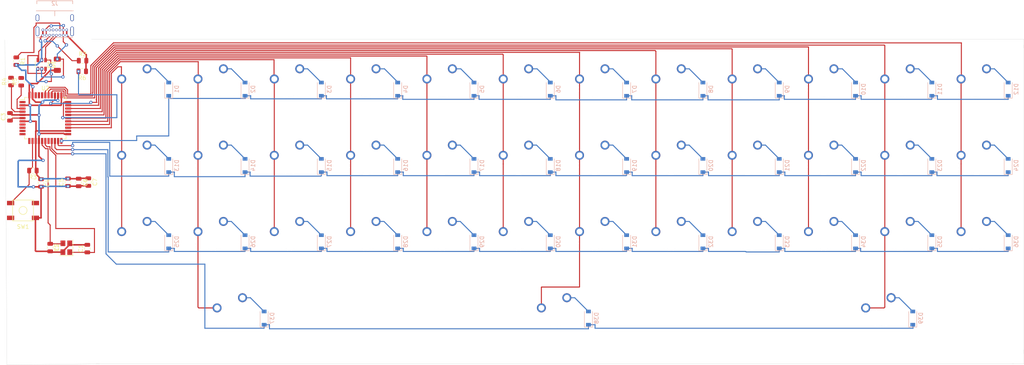
<source format=kicad_pcb>
(kicad_pcb (version 20171130) (host pcbnew 5.1.6)
  (layers (0 F.Cu signal) (31 B.Cu signal) (34 B.Paste user) (35 F.Paste user) (36 B.SilkS user) (37 F.SilkS user) (38 B.Mask user) (39 F.Mask user) (44 Edge.Cuts user))
  (net 0 "")
  (net 1 GND)
  (net 2 "Net-(C1-Pad1)")
  (net 3 "Net-(C2-Pad1)")
  (net 4 "Net-(C3-Pad1)")
  (net 5 +5V)
  (net 6 "Net-(D1-Pad2)")
  (net 7 ROW0)
  (net 8 "Net-(D2-Pad2)")
  (net 9 "Net-(D3-Pad2)")
  (net 10 "Net-(D4-Pad2)")
  (net 11 "Net-(D5-Pad2)")
  (net 12 "Net-(D6-Pad2)")
  (net 13 "Net-(D7-Pad2)")
  (net 14 "Net-(D8-Pad2)")
  (net 15 "Net-(D9-Pad2)")
  (net 16 "Net-(D10-Pad2)")
  (net 17 "Net-(D11-Pad2)")
  (net 18 "Net-(D12-Pad2)")
  (net 19 "Net-(D13-Pad2)")
  (net 20 ROW1)
  (net 21 "Net-(D14-Pad2)")
  (net 22 "Net-(D15-Pad2)")
  (net 23 "Net-(D16-Pad2)")
  (net 24 "Net-(D17-Pad2)")
  (net 25 "Net-(D18-Pad2)")
  (net 26 "Net-(D19-Pad2)")
  (net 27 "Net-(D20-Pad2)")
  (net 28 "Net-(D21-Pad2)")
  (net 29 "Net-(D22-Pad2)")
  (net 30 "Net-(D23-Pad2)")
  (net 31 "Net-(D24-Pad2)")
  (net 32 "Net-(D25-Pad2)")
  (net 33 ROW2)
  (net 34 "Net-(D26-Pad2)")
  (net 35 "Net-(D27-Pad2)")
  (net 36 "Net-(D28-Pad2)")
  (net 37 "Net-(D29-Pad2)")
  (net 38 "Net-(D30-Pad2)")
  (net 39 "Net-(D31-Pad2)")
  (net 40 "Net-(D32-Pad2)")
  (net 41 "Net-(D33-Pad2)")
  (net 42 "Net-(D34-Pad2)")
  (net 43 "Net-(D35-Pad2)")
  (net 44 "Net-(D36-Pad2)")
  (net 45 "Net-(D37-Pad2)")
  (net 46 "Net-(D38-Pad2)")
  (net 47 "Net-(D39-Pad2)")
  (net 48 VBUS)
  (net 49 "Net-(J2-PadA5)")
  (net 50 DBUS+)
  (net 51 DBUS-)
  (net 52 "Net-(J2-PadA8)")
  (net 53 "Net-(J2-PadB8)")
  (net 54 "Net-(J2-PadB5)")
  (net 55 COL0)
  (net 56 COL1)
  (net 57 COL2)
  (net 58 COL3)
  (net 59 COL4)
  (net 60 COL5)
  (net 61 COL6)
  (net 62 COL7)
  (net 63 COL8)
  (net 64 COL9)
  (net 65 COL10)
  (net 66 COL11)
  (net 67 "Net-(R3-Pad2)")
  (net 68 "Net-(R4-Pad1)")
  (net 69 "Net-(R5-Pad1)")
  (net 70 "Net-(R6-Pad2)")
  (net 71 "Net-(U2-Pad42)")
  (net 72 "Net-(U2-Pad41)")
  (net 73 "Net-(U2-Pad40)")
  (net 74 "Net-(U2-Pad18)")
  (net 75 "Net-(U2-Pad12)")
  (net 76 "Net-(U2-Pad11)")
  (net 77 "Net-(U2-Pad10)")
  (net 78 "Net-(U2-Pad9)")
  (net 79 "Net-(U2-Pad8)")
  (net 80 "Net-(U2-Pad1)")
  (net 81 ROW3)
  (module Type-C:USB_C_GCT_USB4085 (layer B.Cu) (at 568.452 69.342)
    (fp_text reference J2 (at 0 -1.85) (layer B.SilkS) (effects (justify mirror)))
    (fp_text value USB_C_Receptacle_USB2.0)
    (pad A5 thru_hole circle (at -1.275 6.1) (size 0.65 0.65) (drill 0.4) (layers *.Cu *.Mask) (net 49 "Net-(J2-PadA5)"))
    (pad A1 thru_hole circle (at -2.975 6.1) (size 0.65 0.65) (drill 0.4) (layers *.Cu *.Mask) (net 1 GND))
    (pad A4 thru_hole circle (at -2.125 6.1) (size 0.65 0.65) (drill 0.4) (layers *.Cu *.Mask) (net 48 VBUS))
    (pad A6 thru_hole circle (at -0.425 6.1) (size 0.65 0.65) (drill 0.4) (layers *.Cu *.Mask) (net 50 DBUS+))
    (pad A7 thru_hole circle (at 0.425 6.1) (size 0.65 0.65) (drill 0.4) (layers *.Cu *.Mask) (net 51 DBUS-))
    (pad A8 thru_hole circle (at 1.275 6.1) (size 0.65 0.65) (drill 0.4) (layers *.Cu *.Mask) (net 52 "Net-(J2-PadA8)"))
    (pad A9 thru_hole circle (at 2.125 6.1) (size 0.65 0.65) (drill 0.4) (layers *.Cu *.Mask) (net 48 VBUS))
    (pad A12 thru_hole circle (at 2.975 6.1) (size 0.65 0.65) (drill 0.4) (layers *.Cu *.Mask) (net 1 GND))
    (pad B12 thru_hole circle (at -2.975 4.775) (size 0.65 0.65) (drill 0.4) (layers *.Cu *.Mask) (net 1 GND))
    (pad B9 thru_hole circle (at -2.12 4.775) (size 0.65 0.65) (drill 0.4) (layers *.Cu *.Mask) (net 48 VBUS))
    (pad B8 thru_hole circle (at -1.27 4.775) (size 0.65 0.65) (drill 0.4) (layers *.Cu *.Mask) (net 53 "Net-(J2-PadB8)"))
    (pad B7 thru_hole circle (at -0.42 4.775) (size 0.65 0.65) (drill 0.4) (layers *.Cu *.Mask) (net 51 DBUS-))
    (pad B6 thru_hole circle (at 0.43 4.775) (size 0.65 0.65) (drill 0.4) (layers *.Cu *.Mask) (net 50 DBUS+))
    (pad B5 thru_hole circle (at 1.28 4.775) (size 0.65 0.65) (drill 0.4) (layers *.Cu *.Mask) (net 54 "Net-(J2-PadB5)"))
    (pad B4 thru_hole circle (at 2.13 4.775) (size 0.65 0.65) (drill 0.4) (layers *.Cu *.Mask) (net 48 VBUS))
    (pad B1 thru_hole circle (at 2.98 4.775) (size 0.65 0.65) (drill 0.4) (layers *.Cu *.Mask) (net 1 GND))
    (pad S1 thru_hole oval (at -4.325 5.12) (size 0.9 2.4) (drill oval 0.6 2.1) (layers *.Cu *.Mask) (net 1 GND))
    (pad S1 thru_hole oval (at 4.325 5.12) (size 0.9 2.4) (drill oval 0.6 2.1) (layers *.Cu *.Mask) (net 1 GND))
    (pad S1 thru_hole oval (at -4.325 1.74) (size 0.9 1.7) (drill oval 0.6 1.4) (layers *.Cu *.Mask) (net 1 GND))
    (pad S1 thru_hole oval (at 4.325 1.74) (size 0.9 1.7) (drill oval 0.6 1.4) (layers *.Cu *.Mask) (net 1 GND))
  )
  (module MX_Only:MXOnly-1U-NoLED (layer F.Cu) (at 779.4625 127)
    (fp_text reference MX35)
    (fp_text value MX-NoLED)
    (pad 2 thru_hole circle (at 2.54 -5.08) (size 2.25 2.25) (drill 1.47) (layers *.Cu B.Mask) (net 43 "Net-(D35-Pad2)"))
    (pad "" np_thru_hole circle (at 0 0) (size 3.9878 3.9878) (drill 3.9878) (layers *.Cu *.Mask))
    (pad 1 thru_hole circle (at -3.81 -2.54) (size 2.25 2.25) (drill 1.47) (layers *.Cu B.Mask) (net 65 COL10))
    (pad "" np_thru_hole circle (at -5.08 0 48.0996) (size 1.75 1.75) (drill 1.75) (layers *.Cu *.Mask))
    (pad "" np_thru_hole circle (at 5.08 0 48.0996) (size 1.75 1.75) (drill 1.75) (layers *.Cu *.Mask))
  )
  (module MX_Only:MXOnly-1U-NoLED (layer F.Cu) (at 703.2625 127)
    (fp_text reference MX31)
    (fp_text value MX-NoLED)
    (pad 2 thru_hole circle (at 2.54 -5.08) (size 2.25 2.25) (drill 1.47) (layers *.Cu B.Mask) (net 39 "Net-(D31-Pad2)"))
    (pad "" np_thru_hole circle (at 0 0) (size 3.9878 3.9878) (drill 3.9878) (layers *.Cu *.Mask))
    (pad 1 thru_hole circle (at -3.81 -2.54) (size 2.25 2.25) (drill 1.47) (layers *.Cu B.Mask) (net 61 COL6))
    (pad "" np_thru_hole circle (at -5.08 0 48.0996) (size 1.75 1.75) (drill 1.75) (layers *.Cu *.Mask))
    (pad "" np_thru_hole circle (at 5.08 0 48.0996) (size 1.75 1.75) (drill 1.75) (layers *.Cu *.Mask))
  )
  (module MX_Only:MXOnly-1.5U-NoLED (layer F.Cu) (at 774.7 146.05)
    (fp_text reference MX39)
    (fp_text value MX-NoLED)
    (pad "" np_thru_hole circle (at 5.08 0 48.0996) (size 1.75 1.75) (drill 1.75) (layers *.Cu *.Mask))
    (pad "" np_thru_hole circle (at -5.08 0 48.0996) (size 1.75 1.75) (drill 1.75) (layers *.Cu *.Mask))
    (pad 1 thru_hole circle (at -3.81 -2.54) (size 2.25 2.25) (drill 1.47) (layers *.Cu B.Mask) (net 65 COL10))
    (pad "" np_thru_hole circle (at 0 0) (size 3.9878 3.9878) (drill 3.9878) (layers *.Cu *.Mask))
    (pad 2 thru_hole circle (at 2.54 -5.08) (size 2.25 2.25) (drill 1.47) (layers *.Cu B.Mask) (net 47 "Net-(D39-Pad2)"))
  )
  (module Crystal:Crystal_SMD_3225-4Pin_3.2x2.5mm (layer F.Cu) (at 571.334 128.481 90)
    (fp_text reference Y1 (at 0 -2.45 90) (layer F.SilkS))
    (fp_text value 16MHz)
    (pad 4 smd rect (at -1.1 -0.85 90) (size 1.4 1.2) (layers F.Cu F.Paste F.Mask) (net 1 GND))
    (pad 3 smd rect (at 1.1 -0.85 90) (size 1.4 1.2) (layers F.Cu F.Paste F.Mask) (net 3 "Net-(C2-Pad1)"))
    (pad 2 smd rect (at 1.1 0.85 90) (size 1.4 1.2) (layers F.Cu F.Paste F.Mask) (net 1 GND))
    (pad 1 smd rect (at -1.1 0.85 90) (size 1.4 1.2) (layers F.Cu F.Paste F.Mask) (net 2 "Net-(C1-Pad1)"))
  )
  (module Package_QFP:TQFP-44_10x10mm_P0.8mm (layer F.Cu) (at 566.09575 96.128767)
    (fp_text reference U2 (at 0 -7.450001) (layer F.SilkS))
    (fp_text value ATmega32U4-AU)
    (pad 44 smd rect (at -4 -5.7 90) (size 1.5 0.55) (layers F.Cu F.Paste F.Mask) (net 5 +5V))
    (pad 43 smd rect (at -3.2 -5.7 90) (size 1.5 0.55) (layers F.Cu F.Paste F.Mask) (net 1 GND))
    (pad 42 smd rect (at -2.4 -5.7 90) (size 1.5 0.55) (layers F.Cu F.Paste F.Mask) (net 71 "Net-(U2-Pad42)"))
    (pad 41 smd rect (at -1.6 -5.7 90) (size 1.5 0.55) (layers F.Cu F.Paste F.Mask) (net 72 "Net-(U2-Pad41)"))
    (pad 40 smd rect (at -0.8 -5.7 90) (size 1.5 0.55) (layers F.Cu F.Paste F.Mask) (net 73 "Net-(U2-Pad40)"))
    (pad 39 smd rect (at 0 -5.7 90) (size 1.5 0.55) (layers F.Cu F.Paste F.Mask) (net 66 COL11))
    (pad 38 smd rect (at 0.8 -5.7 90) (size 1.5 0.55) (layers F.Cu F.Paste F.Mask) (net 65 COL10))
    (pad 37 smd rect (at 1.6 -5.7 90) (size 1.5 0.55) (layers F.Cu F.Paste F.Mask) (net 64 COL9))
    (pad 36 smd rect (at 2.4 -5.7 90) (size 1.5 0.55) (layers F.Cu F.Paste F.Mask) (net 63 COL8))
    (pad 35 smd rect (at 3.2 -5.7 90) (size 1.5 0.55) (layers F.Cu F.Paste F.Mask) (net 1 GND))
    (pad 34 smd rect (at 4 -5.7 90) (size 1.5 0.55) (layers F.Cu F.Paste F.Mask) (net 5 +5V))
    (pad 33 smd rect (at 5.7 -4) (size 1.5 0.55) (layers F.Cu F.Paste F.Mask) (net 70 "Net-(R6-Pad2)"))
    (pad 32 smd rect (at 5.7 -3.2) (size 1.5 0.55) (layers F.Cu F.Paste F.Mask) (net 62 COL7))
    (pad 31 smd rect (at 5.7 -2.4) (size 1.5 0.55) (layers F.Cu F.Paste F.Mask) (net 61 COL6))
    (pad 30 smd rect (at 5.7 -1.6) (size 1.5 0.55) (layers F.Cu F.Paste F.Mask) (net 60 COL5))
    (pad 29 smd rect (at 5.7 -0.8) (size 1.5 0.55) (layers F.Cu F.Paste F.Mask) (net 59 COL4))
    (pad 28 smd rect (at 5.7 0) (size 1.5 0.55) (layers F.Cu F.Paste F.Mask) (net 58 COL3))
    (pad 27 smd rect (at 5.7 0.8) (size 1.5 0.55) (layers F.Cu F.Paste F.Mask) (net 57 COL2))
    (pad 26 smd rect (at 5.7 1.6) (size 1.5 0.55) (layers F.Cu F.Paste F.Mask) (net 56 COL1))
    (pad 25 smd rect (at 5.7 2.4) (size 1.5 0.55) (layers F.Cu F.Paste F.Mask) (net 55 COL0))
    (pad 24 smd rect (at 5.7 3.2) (size 1.5 0.55) (layers F.Cu F.Paste F.Mask) (net 5 +5V))
    (pad 23 smd rect (at 5.7 4) (size 1.5 0.55) (layers F.Cu F.Paste F.Mask) (net 1 GND))
    (pad 22 smd rect (at 4 5.7 90) (size 1.5 0.55) (layers F.Cu F.Paste F.Mask) (net 7 ROW0))
    (pad 21 smd rect (at 3.2 5.7 90) (size 1.5 0.55) (layers F.Cu F.Paste F.Mask) (net 20 ROW1))
    (pad 20 smd rect (at 2.4 5.7 90) (size 1.5 0.55) (layers F.Cu F.Paste F.Mask) (net 33 ROW2))
    (pad 19 smd rect (at 1.6 5.7 90) (size 1.5 0.55) (layers F.Cu F.Paste F.Mask) (net 81 ROW3))
    (pad 18 smd rect (at 0.8 5.7 90) (size 1.5 0.55) (layers F.Cu F.Paste F.Mask) (net 74 "Net-(U2-Pad18)"))
    (pad 17 smd rect (at 0 5.7 90) (size 1.5 0.55) (layers F.Cu F.Paste F.Mask) (net 2 "Net-(C1-Pad1)"))
    (pad 16 smd rect (at -0.8 5.7 90) (size 1.5 0.55) (layers F.Cu F.Paste F.Mask) (net 3 "Net-(C2-Pad1)"))
    (pad 15 smd rect (at -1.6 5.7 90) (size 1.5 0.55) (layers F.Cu F.Paste F.Mask) (net 1 GND))
    (pad 14 smd rect (at -2.4 5.7 90) (size 1.5 0.55) (layers F.Cu F.Paste F.Mask) (net 5 +5V))
    (pad 13 smd rect (at -3.2 5.7 90) (size 1.5 0.55) (layers F.Cu F.Paste F.Mask) (net 67 "Net-(R3-Pad2)"))
    (pad 12 smd rect (at -4 5.7 90) (size 1.5 0.55) (layers F.Cu F.Paste F.Mask) (net 75 "Net-(U2-Pad12)"))
    (pad 11 smd rect (at -5.7 4) (size 1.5 0.55) (layers F.Cu F.Paste F.Mask) (net 76 "Net-(U2-Pad11)"))
    (pad 10 smd rect (at -5.7 3.2) (size 1.5 0.55) (layers F.Cu F.Paste F.Mask) (net 77 "Net-(U2-Pad10)"))
    (pad 9 smd rect (at -5.7 2.4) (size 1.5 0.55) (layers F.Cu F.Paste F.Mask) (net 78 "Net-(U2-Pad9)"))
    (pad 8 smd rect (at -5.7 1.6) (size 1.5 0.55) (layers F.Cu F.Paste F.Mask) (net 79 "Net-(U2-Pad8)"))
    (pad 7 smd rect (at -5.7 0.8) (size 1.5 0.55) (layers F.Cu F.Paste F.Mask) (net 5 +5V))
    (pad 6 smd rect (at -5.7 0) (size 1.5 0.55) (layers F.Cu F.Paste F.Mask) (net 4 "Net-(C3-Pad1)"))
    (pad 5 smd rect (at -5.7 -0.8) (size 1.5 0.55) (layers F.Cu F.Paste F.Mask) (net 1 GND))
    (pad 4 smd rect (at -5.7 -1.6) (size 1.5 0.55) (layers F.Cu F.Paste F.Mask) (net 68 "Net-(R4-Pad1)"))
    (pad 3 smd rect (at -5.7 -2.4) (size 1.5 0.55) (layers F.Cu F.Paste F.Mask) (net 69 "Net-(R5-Pad1)"))
    (pad 2 smd rect (at -5.7 -3.2) (size 1.5 0.55) (layers F.Cu F.Paste F.Mask) (net 5 +5V))
    (pad 1 smd rect (at -5.7 -4) (size 1.5 0.55) (layers F.Cu F.Paste F.Mask) (net 80 "Net-(U2-Pad1)"))
  )
  (module Package_TO_SOT_SMD:SOT-23-6 (layer F.Cu) (at 565.193 82.743 270)
    (fp_text reference U1 (at 0 -2.9 90) (layer F.SilkS))
    (fp_text value SRV05-4)
    (pad 5 smd rect (at 1.1 0 270) (size 1.06 0.65) (layers F.Cu F.Paste F.Mask) (net 48 VBUS))
    (pad 6 smd rect (at 1.1 -0.95 270) (size 1.06 0.65) (layers F.Cu F.Paste F.Mask) (net 50 DBUS+))
    (pad 4 smd rect (at 1.1 0.95 270) (size 1.06 0.65) (layers F.Cu F.Paste F.Mask) (net 51 DBUS-))
    (pad 3 smd rect (at -1.1 0.95 270) (size 1.06 0.65) (layers F.Cu F.Paste F.Mask) (net 50 DBUS+))
    (pad 2 smd rect (at -1.1 0 270) (size 1.06 0.65) (layers F.Cu F.Paste F.Mask) (net 1 GND))
    (pad 1 smd rect (at -1.1 -0.95 270) (size 1.06 0.65) (layers F.Cu F.Paste F.Mask) (net 51 DBUS-))
  )
  (module random-keyboard-parts:SKQG-1155865 (layer F.Cu) (at 560.526 119.181)
    (fp_text reference SW1 (at 0 4.064) (layer F.SilkS))
    (fp_text value SW_Push)
    (pad 4 smd rect (at -3.1 1.85) (size 1.8 1.1) (layers F.Cu F.Paste F.Mask))
    (pad 3 smd rect (at 3.1 -1.85) (size 1.8 1.1) (layers F.Cu F.Paste F.Mask))
    (pad 2 smd rect (at -3.1 -1.85) (size 1.8 1.1) (layers F.Cu F.Paste F.Mask) (net 67 "Net-(R3-Pad2)"))
    (pad 1 smd rect (at 3.1 1.85) (size 1.8 1.1) (layers F.Cu F.Paste F.Mask) (net 1 GND))
  )
  (module Resistor_SMD:R_0805_2012Metric (layer F.Cu) (at 575.31 84.455 180)
    (fp_text reference R6 (at 0 -1.65 180) (layer F.SilkS))
    (fp_text value 10K)
    (pad 2 smd roundrect (at 0.9375 0 180) (size 0.975 1.4) (layers F.Cu F.Paste F.Mask) (net 70 "Net-(R6-Pad2)"))
    (pad 1 smd roundrect (at -0.9375 0 180) (size 0.975 1.4) (layers F.Cu F.Paste F.Mask) (net 1 GND))
  )
  (module Resistor_SMD:R_0805_2012Metric (layer F.Cu) (at 560.07 87.0435 90)
    (fp_text reference R5 (at 0 -1.65 90) (layer F.SilkS))
    (fp_text value 22)
    (pad 2 smd roundrect (at 0.9375 0 90) (size 0.975 1.4) (layers F.Cu F.Paste F.Mask) (net 51 DBUS-))
    (pad 1 smd roundrect (at -0.9375 0 90) (size 0.975 1.4) (layers F.Cu F.Paste F.Mask) (net 69 "Net-(R5-Pad1)"))
  )
  (module Resistor_SMD:R_0805_2012Metric (layer F.Cu) (at 557.53 86.995 90)
    (fp_text reference R4 (at 0 -1.65 90) (layer F.SilkS))
    (fp_text value 22)
    (pad 2 smd roundrect (at 0.9375 0 90) (size 0.975 1.4) (layers F.Cu F.Paste F.Mask) (net 50 DBUS+))
    (pad 1 smd roundrect (at -0.9375 0 90) (size 0.975 1.4) (layers F.Cu F.Paste F.Mask) (net 68 "Net-(R4-Pad1)"))
  )
  (module Resistor_SMD:R_0805_2012Metric (layer F.Cu) (at 562.991 109.22 180)
    (fp_text reference R3 (at 0 -1.65 180) (layer F.SilkS))
    (fp_text value 10K)
    (pad 2 smd roundrect (at 0.9375 0 180) (size 0.975 1.4) (layers F.Cu F.Paste F.Mask) (net 67 "Net-(R3-Pad2)"))
    (pad 1 smd roundrect (at -0.9375 0 180) (size 0.975 1.4) (layers F.Cu F.Paste F.Mask) (net 5 +5V))
  )
  (module Resistor_SMD:R_0805_2012Metric (layer F.Cu) (at 575.3885 81.788)
    (fp_text reference R2 (at 0 -1.65) (layer F.SilkS))
    (fp_text value 5.1k)
    (pad 2 smd roundrect (at 0.9375 0) (size 0.975 1.4) (layers F.Cu F.Paste F.Mask) (net 1 GND))
    (pad 1 smd roundrect (at -0.9375 0) (size 0.975 1.4) (layers F.Cu F.Paste F.Mask) (net 49 "Net-(J2-PadA5)"))
  )
  (module Resistor_SMD:R_0805_2012Metric (layer F.Cu) (at 558.8485 81.915 270)
    (fp_text reference R1 (at 0 -1.65 270) (layer F.SilkS))
    (fp_text value 5.1k)
    (pad 2 smd roundrect (at 0.9375 0 270) (size 0.975 1.4) (layers F.Cu F.Paste F.Mask) (net 1 GND))
    (pad 1 smd roundrect (at -0.9375 0 270) (size 0.975 1.4) (layers F.Cu F.Paste F.Mask) (net 54 "Net-(J2-PadB5)"))
  )
  (module MX_Only:MXOnly-1.5U-NoLED (layer F.Cu) (at 774.7 146.05)
    (fp_text reference MX39)
    (fp_text value MX-NoLED)
    (pad 2 thru_hole circle (at 2.54 -5.08) (size 2.25 2.25) (drill 1.47) (layers *.Cu B.Mask) (net 47 "Net-(D39-Pad2)"))
    (pad "" np_thru_hole circle (at 0 0) (size 3.9878 3.9878) (drill 3.9878) (layers *.Cu *.Mask))
    (pad 1 thru_hole circle (at -3.81 -2.54) (size 2.25 2.25) (drill 1.47) (layers *.Cu B.Mask) (net 65 COL10))
    (pad "" np_thru_hole circle (at -5.08 0 48.0996) (size 1.75 1.75) (drill 1.75) (layers *.Cu *.Mask))
    (pad "" np_thru_hole circle (at 5.08 0 48.0996) (size 1.75 1.75) (drill 1.75) (layers *.Cu *.Mask))
  )
  (module MX_Only:MXOnly-7U-ReversedStabilizers-NoLED (layer F.Cu) (at 693.7375 146.05)
    (fp_text reference MX38)
    (fp_text value MX-NoLED)
    (pad 2 thru_hole circle (at 2.54 -5.08) (size 2.25 2.25) (drill 1.47) (layers *.Cu B.Mask) (net 46 "Net-(D38-Pad2)"))
    (pad "" np_thru_hole circle (at 0 0) (size 3.9878 3.9878) (drill 3.9878) (layers *.Cu *.Mask))
    (pad 1 thru_hole circle (at -3.81 -2.54) (size 2.25 2.25) (drill 1.47) (layers *.Cu B.Mask) (net 61 COL6))
    (pad "" np_thru_hole circle (at -5.08 0 48.0996) (size 1.75 1.75) (drill 1.75) (layers *.Cu *.Mask))
    (pad "" np_thru_hole circle (at 5.08 0 48.0996) (size 1.75 1.75) (drill 1.75) (layers *.Cu *.Mask))
    (pad "" np_thru_hole circle (at -57.15 6.985) (size 3.048 3.048) (drill 3.048) (layers *.Cu *.Mask))
    (pad "" np_thru_hole circle (at 57.15 6.985) (size 3.048 3.048) (drill 3.048) (layers *.Cu *.Mask))
    (pad "" np_thru_hole circle (at -57.15 -8.255) (size 3.9878 3.9878) (drill 3.9878) (layers *.Cu *.Mask))
    (pad "" np_thru_hole circle (at 57.15 -8.255) (size 3.9878 3.9878) (drill 3.9878) (layers *.Cu *.Mask))
  )
  (module MX_Only:MXOnly-1.5U-NoLED (layer F.Cu) (at 612.775 146.05)
    (fp_text reference MX37)
    (fp_text value MX-NoLED)
    (pad 2 thru_hole circle (at 2.54 -5.08) (size 2.25 2.25) (drill 1.47) (layers *.Cu B.Mask) (net 45 "Net-(D37-Pad2)"))
    (pad "" np_thru_hole circle (at 0 0) (size 3.9878 3.9878) (drill 3.9878) (layers *.Cu *.Mask))
    (pad 1 thru_hole circle (at -3.81 -2.54) (size 2.25 2.25) (drill 1.47) (layers *.Cu B.Mask) (net 56 COL1))
    (pad "" np_thru_hole circle (at -5.08 0 48.0996) (size 1.75 1.75) (drill 1.75) (layers *.Cu *.Mask))
    (pad "" np_thru_hole circle (at 5.08 0 48.0996) (size 1.75 1.75) (drill 1.75) (layers *.Cu *.Mask))
  )
  (module MX_Only:MXOnly-1U-NoLED (layer F.Cu) (at 798.5125 127)
    (fp_text reference MX36)
    (fp_text value MX-NoLED)
    (pad 2 thru_hole circle (at 2.54 -5.08) (size 2.25 2.25) (drill 1.47) (layers *.Cu B.Mask) (net 44 "Net-(D36-Pad2)"))
    (pad "" np_thru_hole circle (at 0 0) (size 3.9878 3.9878) (drill 3.9878) (layers *.Cu *.Mask))
    (pad 1 thru_hole circle (at -3.81 -2.54) (size 2.25 2.25) (drill 1.47) (layers *.Cu B.Mask) (net 66 COL11))
    (pad "" np_thru_hole circle (at -5.08 0 48.0996) (size 1.75 1.75) (drill 1.75) (layers *.Cu *.Mask))
    (pad "" np_thru_hole circle (at 5.08 0 48.0996) (size 1.75 1.75) (drill 1.75) (layers *.Cu *.Mask))
  )
  (module MX_Only:MXOnly-1U-NoLED (layer F.Cu) (at 760.4125 127)
    (fp_text reference MX34)
    (fp_text value MX-NoLED)
    (pad 2 thru_hole circle (at 2.54 -5.08) (size 2.25 2.25) (drill 1.47) (layers *.Cu B.Mask) (net 42 "Net-(D34-Pad2)"))
    (pad "" np_thru_hole circle (at 0 0) (size 3.9878 3.9878) (drill 3.9878) (layers *.Cu *.Mask))
    (pad 1 thru_hole circle (at -3.81 -2.54) (size 2.25 2.25) (drill 1.47) (layers *.Cu B.Mask) (net 64 COL9))
    (pad "" np_thru_hole circle (at -5.08 0 48.0996) (size 1.75 1.75) (drill 1.75) (layers *.Cu *.Mask))
    (pad "" np_thru_hole circle (at 5.08 0 48.0996) (size 1.75 1.75) (drill 1.75) (layers *.Cu *.Mask))
  )
  (module MX_Only:MXOnly-1U-NoLED (layer F.Cu) (at 741.3625 127)
    (fp_text reference MX33)
    (fp_text value MX-NoLED)
    (pad 2 thru_hole circle (at 2.54 -5.08) (size 2.25 2.25) (drill 1.47) (layers *.Cu B.Mask) (net 41 "Net-(D33-Pad2)"))
    (pad "" np_thru_hole circle (at 0 0) (size 3.9878 3.9878) (drill 3.9878) (layers *.Cu *.Mask))
    (pad 1 thru_hole circle (at -3.81 -2.54) (size 2.25 2.25) (drill 1.47) (layers *.Cu B.Mask) (net 63 COL8))
    (pad "" np_thru_hole circle (at -5.08 0 48.0996) (size 1.75 1.75) (drill 1.75) (layers *.Cu *.Mask))
    (pad "" np_thru_hole circle (at 5.08 0 48.0996) (size 1.75 1.75) (drill 1.75) (layers *.Cu *.Mask))
  )
  (module MX_Only:MXOnly-1U-NoLED (layer F.Cu) (at 722.3125 127)
    (fp_text reference MX32)
    (fp_text value MX-NoLED)
    (pad 2 thru_hole circle (at 2.54 -5.08) (size 2.25 2.25) (drill 1.47) (layers *.Cu B.Mask) (net 40 "Net-(D32-Pad2)"))
    (pad "" np_thru_hole circle (at 0 0) (size 3.9878 3.9878) (drill 3.9878) (layers *.Cu *.Mask))
    (pad 1 thru_hole circle (at -3.81 -2.54) (size 2.25 2.25) (drill 1.47) (layers *.Cu B.Mask) (net 62 COL7))
    (pad "" np_thru_hole circle (at -5.08 0 48.0996) (size 1.75 1.75) (drill 1.75) (layers *.Cu *.Mask))
    (pad "" np_thru_hole circle (at 5.08 0 48.0996) (size 1.75 1.75) (drill 1.75) (layers *.Cu *.Mask))
  )
  (module MX_Only:MXOnly-1U-NoLED (layer F.Cu) (at 684.2125 127)
    (fp_text reference MX30)
    (fp_text value MX-NoLED)
    (pad 2 thru_hole circle (at 2.54 -5.08) (size 2.25 2.25) (drill 1.47) (layers *.Cu B.Mask) (net 38 "Net-(D30-Pad2)"))
    (pad "" np_thru_hole circle (at 0 0) (size 3.9878 3.9878) (drill 3.9878) (layers *.Cu *.Mask))
    (pad 1 thru_hole circle (at -3.81 -2.54) (size 2.25 2.25) (drill 1.47) (layers *.Cu B.Mask) (net 60 COL5))
    (pad "" np_thru_hole circle (at -5.08 0 48.0996) (size 1.75 1.75) (drill 1.75) (layers *.Cu *.Mask))
    (pad "" np_thru_hole circle (at 5.08 0 48.0996) (size 1.75 1.75) (drill 1.75) (layers *.Cu *.Mask))
  )
  (module MX_Only:MXOnly-1U-NoLED (layer F.Cu) (at 665.1625 127)
    (fp_text reference MX29)
    (fp_text value MX-NoLED)
    (pad 2 thru_hole circle (at 2.54 -5.08) (size 2.25 2.25) (drill 1.47) (layers *.Cu B.Mask) (net 37 "Net-(D29-Pad2)"))
    (pad "" np_thru_hole circle (at 0 0) (size 3.9878 3.9878) (drill 3.9878) (layers *.Cu *.Mask))
    (pad 1 thru_hole circle (at -3.81 -2.54) (size 2.25 2.25) (drill 1.47) (layers *.Cu B.Mask) (net 59 COL4))
    (pad "" np_thru_hole circle (at -5.08 0 48.0996) (size 1.75 1.75) (drill 1.75) (layers *.Cu *.Mask))
    (pad "" np_thru_hole circle (at 5.08 0 48.0996) (size 1.75 1.75) (drill 1.75) (layers *.Cu *.Mask))
  )
  (module MX_Only:MXOnly-1U-NoLED (layer F.Cu) (at 646.1125 127)
    (fp_text reference MX28)
    (fp_text value MX-NoLED)
    (pad 2 thru_hole circle (at 2.54 -5.08) (size 2.25 2.25) (drill 1.47) (layers *.Cu B.Mask) (net 36 "Net-(D28-Pad2)"))
    (pad "" np_thru_hole circle (at 0 0) (size 3.9878 3.9878) (drill 3.9878) (layers *.Cu *.Mask))
    (pad 1 thru_hole circle (at -3.81 -2.54) (size 2.25 2.25) (drill 1.47) (layers *.Cu B.Mask) (net 58 COL3))
    (pad "" np_thru_hole circle (at -5.08 0 48.0996) (size 1.75 1.75) (drill 1.75) (layers *.Cu *.Mask))
    (pad "" np_thru_hole circle (at 5.08 0 48.0996) (size 1.75 1.75) (drill 1.75) (layers *.Cu *.Mask))
  )
  (module MX_Only:MXOnly-1U-NoLED (layer F.Cu) (at 627.0625 127)
    (fp_text reference MX27)
    (fp_text value MX-NoLED)
    (pad 2 thru_hole circle (at 2.54 -5.08) (size 2.25 2.25) (drill 1.47) (layers *.Cu B.Mask) (net 35 "Net-(D27-Pad2)"))
    (pad "" np_thru_hole circle (at 0 0) (size 3.9878 3.9878) (drill 3.9878) (layers *.Cu *.Mask))
    (pad 1 thru_hole circle (at -3.81 -2.54) (size 2.25 2.25) (drill 1.47) (layers *.Cu B.Mask) (net 57 COL2))
    (pad "" np_thru_hole circle (at -5.08 0 48.0996) (size 1.75 1.75) (drill 1.75) (layers *.Cu *.Mask))
    (pad "" np_thru_hole circle (at 5.08 0 48.0996) (size 1.75 1.75) (drill 1.75) (layers *.Cu *.Mask))
  )
  (module MX_Only:MXOnly-1U-NoLED (layer F.Cu) (at 608.0125 127)
    (fp_text reference MX26)
    (fp_text value MX-NoLED)
    (pad 2 thru_hole circle (at 2.54 -5.08) (size 2.25 2.25) (drill 1.47) (layers *.Cu B.Mask) (net 34 "Net-(D26-Pad2)"))
    (pad "" np_thru_hole circle (at 0 0) (size 3.9878 3.9878) (drill 3.9878) (layers *.Cu *.Mask))
    (pad 1 thru_hole circle (at -3.81 -2.54) (size 2.25 2.25) (drill 1.47) (layers *.Cu B.Mask) (net 56 COL1))
    (pad "" np_thru_hole circle (at -5.08 0 48.0996) (size 1.75 1.75) (drill 1.75) (layers *.Cu *.Mask))
    (pad "" np_thru_hole circle (at 5.08 0 48.0996) (size 1.75 1.75) (drill 1.75) (layers *.Cu *.Mask))
  )
  (module MX_Only:MXOnly-1U-NoLED (layer F.Cu) (at 588.9625 127)
    (fp_text reference MX25)
    (fp_text value MX-NoLED)
    (pad 2 thru_hole circle (at 2.54 -5.08) (size 2.25 2.25) (drill 1.47) (layers *.Cu B.Mask) (net 32 "Net-(D25-Pad2)"))
    (pad "" np_thru_hole circle (at 0 0) (size 3.9878 3.9878) (drill 3.9878) (layers *.Cu *.Mask))
    (pad 1 thru_hole circle (at -3.81 -2.54) (size 2.25 2.25) (drill 1.47) (layers *.Cu B.Mask) (net 55 COL0))
    (pad "" np_thru_hole circle (at -5.08 0 48.0996) (size 1.75 1.75) (drill 1.75) (layers *.Cu *.Mask))
    (pad "" np_thru_hole circle (at 5.08 0 48.0996) (size 1.75 1.75) (drill 1.75) (layers *.Cu *.Mask))
  )
  (module MX_Only:MXOnly-1U-NoLED (layer F.Cu) (at 798.5125 107.95)
    (fp_text reference MX24)
    (fp_text value MX-NoLED)
    (pad 2 thru_hole circle (at 2.54 -5.08) (size 2.25 2.25) (drill 1.47) (layers *.Cu B.Mask) (net 31 "Net-(D24-Pad2)"))
    (pad "" np_thru_hole circle (at 0 0) (size 3.9878 3.9878) (drill 3.9878) (layers *.Cu *.Mask))
    (pad 1 thru_hole circle (at -3.81 -2.54) (size 2.25 2.25) (drill 1.47) (layers *.Cu B.Mask) (net 66 COL11))
    (pad "" np_thru_hole circle (at -5.08 0 48.0996) (size 1.75 1.75) (drill 1.75) (layers *.Cu *.Mask))
    (pad "" np_thru_hole circle (at 5.08 0 48.0996) (size 1.75 1.75) (drill 1.75) (layers *.Cu *.Mask))
  )
  (module MX_Only:MXOnly-1U-NoLED (layer F.Cu) (at 779.4625 107.95)
    (fp_text reference MX23)
    (fp_text value MX-NoLED)
    (pad 2 thru_hole circle (at 2.54 -5.08) (size 2.25 2.25) (drill 1.47) (layers *.Cu B.Mask) (net 30 "Net-(D23-Pad2)"))
    (pad "" np_thru_hole circle (at 0 0) (size 3.9878 3.9878) (drill 3.9878) (layers *.Cu *.Mask))
    (pad 1 thru_hole circle (at -3.81 -2.54) (size 2.25 2.25) (drill 1.47) (layers *.Cu B.Mask) (net 65 COL10))
    (pad "" np_thru_hole circle (at -5.08 0 48.0996) (size 1.75 1.75) (drill 1.75) (layers *.Cu *.Mask))
    (pad "" np_thru_hole circle (at 5.08 0 48.0996) (size 1.75 1.75) (drill 1.75) (layers *.Cu *.Mask))
  )
  (module MX_Only:MXOnly-1U-NoLED (layer F.Cu) (at 760.4125 107.95)
    (fp_text reference MX22)
    (fp_text value MX-NoLED)
    (pad 2 thru_hole circle (at 2.54 -5.08) (size 2.25 2.25) (drill 1.47) (layers *.Cu B.Mask) (net 29 "Net-(D22-Pad2)"))
    (pad "" np_thru_hole circle (at 0 0) (size 3.9878 3.9878) (drill 3.9878) (layers *.Cu *.Mask))
    (pad 1 thru_hole circle (at -3.81 -2.54) (size 2.25 2.25) (drill 1.47) (layers *.Cu B.Mask) (net 64 COL9))
    (pad "" np_thru_hole circle (at -5.08 0 48.0996) (size 1.75 1.75) (drill 1.75) (layers *.Cu *.Mask))
    (pad "" np_thru_hole circle (at 5.08 0 48.0996) (size 1.75 1.75) (drill 1.75) (layers *.Cu *.Mask))
  )
  (module MX_Only:MXOnly-1U-NoLED (layer F.Cu) (at 741.3625 107.95)
    (fp_text reference MX21)
    (fp_text value MX-NoLED)
    (pad 2 thru_hole circle (at 2.54 -5.08) (size 2.25 2.25) (drill 1.47) (layers *.Cu B.Mask) (net 28 "Net-(D21-Pad2)"))
    (pad "" np_thru_hole circle (at 0 0) (size 3.9878 3.9878) (drill 3.9878) (layers *.Cu *.Mask))
    (pad 1 thru_hole circle (at -3.81 -2.54) (size 2.25 2.25) (drill 1.47) (layers *.Cu B.Mask) (net 63 COL8))
    (pad "" np_thru_hole circle (at -5.08 0 48.0996) (size 1.75 1.75) (drill 1.75) (layers *.Cu *.Mask))
    (pad "" np_thru_hole circle (at 5.08 0 48.0996) (size 1.75 1.75) (drill 1.75) (layers *.Cu *.Mask))
  )
  (module MX_Only:MXOnly-1U-NoLED (layer F.Cu) (at 722.3125 107.95)
    (fp_text reference MX20)
    (fp_text value MX-NoLED)
    (pad 2 thru_hole circle (at 2.54 -5.08) (size 2.25 2.25) (drill 1.47) (layers *.Cu B.Mask) (net 27 "Net-(D20-Pad2)"))
    (pad "" np_thru_hole circle (at 0 0) (size 3.9878 3.9878) (drill 3.9878) (layers *.Cu *.Mask))
    (pad 1 thru_hole circle (at -3.81 -2.54) (size 2.25 2.25) (drill 1.47) (layers *.Cu B.Mask) (net 62 COL7))
    (pad "" np_thru_hole circle (at -5.08 0 48.0996) (size 1.75 1.75) (drill 1.75) (layers *.Cu *.Mask))
    (pad "" np_thru_hole circle (at 5.08 0 48.0996) (size 1.75 1.75) (drill 1.75) (layers *.Cu *.Mask))
  )
  (module MX_Only:MXOnly-1U-NoLED (layer F.Cu) (at 703.2625 107.95)
    (fp_text reference MX19)
    (fp_text value MX-NoLED)
    (pad 2 thru_hole circle (at 2.54 -5.08) (size 2.25 2.25) (drill 1.47) (layers *.Cu B.Mask) (net 26 "Net-(D19-Pad2)"))
    (pad "" np_thru_hole circle (at 0 0) (size 3.9878 3.9878) (drill 3.9878) (layers *.Cu *.Mask))
    (pad 1 thru_hole circle (at -3.81 -2.54) (size 2.25 2.25) (drill 1.47) (layers *.Cu B.Mask) (net 61 COL6))
    (pad "" np_thru_hole circle (at -5.08 0 48.0996) (size 1.75 1.75) (drill 1.75) (layers *.Cu *.Mask))
    (pad "" np_thru_hole circle (at 5.08 0 48.0996) (size 1.75 1.75) (drill 1.75) (layers *.Cu *.Mask))
  )
  (module MX_Only:MXOnly-1U-NoLED (layer F.Cu) (at 684.2125 107.95)
    (fp_text reference MX18)
    (fp_text value MX-NoLED)
    (pad 2 thru_hole circle (at 2.54 -5.08) (size 2.25 2.25) (drill 1.47) (layers *.Cu B.Mask) (net 25 "Net-(D18-Pad2)"))
    (pad "" np_thru_hole circle (at 0 0) (size 3.9878 3.9878) (drill 3.9878) (layers *.Cu *.Mask))
    (pad 1 thru_hole circle (at -3.81 -2.54) (size 2.25 2.25) (drill 1.47) (layers *.Cu B.Mask) (net 60 COL5))
    (pad "" np_thru_hole circle (at -5.08 0 48.0996) (size 1.75 1.75) (drill 1.75) (layers *.Cu *.Mask))
    (pad "" np_thru_hole circle (at 5.08 0 48.0996) (size 1.75 1.75) (drill 1.75) (layers *.Cu *.Mask))
  )
  (module MX_Only:MXOnly-1U-NoLED (layer F.Cu) (at 665.1625 107.95)
    (fp_text reference MX17)
    (fp_text value MX-NoLED)
    (pad 2 thru_hole circle (at 2.54 -5.08) (size 2.25 2.25) (drill 1.47) (layers *.Cu B.Mask) (net 24 "Net-(D17-Pad2)"))
    (pad "" np_thru_hole circle (at 0 0) (size 3.9878 3.9878) (drill 3.9878) (layers *.Cu *.Mask))
    (pad 1 thru_hole circle (at -3.81 -2.54) (size 2.25 2.25) (drill 1.47) (layers *.Cu B.Mask) (net 59 COL4))
    (pad "" np_thru_hole circle (at -5.08 0 48.0996) (size 1.75 1.75) (drill 1.75) (layers *.Cu *.Mask))
    (pad "" np_thru_hole circle (at 5.08 0 48.0996) (size 1.75 1.75) (drill 1.75) (layers *.Cu *.Mask))
  )
  (module MX_Only:MXOnly-1U-NoLED (layer F.Cu) (at 646.1125 107.95)
    (fp_text reference MX16)
    (fp_text value MX-NoLED)
    (pad 2 thru_hole circle (at 2.54 -5.08) (size 2.25 2.25) (drill 1.47) (layers *.Cu B.Mask) (net 23 "Net-(D16-Pad2)"))
    (pad "" np_thru_hole circle (at 0 0) (size 3.9878 3.9878) (drill 3.9878) (layers *.Cu *.Mask))
    (pad 1 thru_hole circle (at -3.81 -2.54) (size 2.25 2.25) (drill 1.47) (layers *.Cu B.Mask) (net 58 COL3))
    (pad "" np_thru_hole circle (at -5.08 0 48.0996) (size 1.75 1.75) (drill 1.75) (layers *.Cu *.Mask))
    (pad "" np_thru_hole circle (at 5.08 0 48.0996) (size 1.75 1.75) (drill 1.75) (layers *.Cu *.Mask))
  )
  (module MX_Only:MXOnly-1U-NoLED (layer F.Cu) (at 627.0625 107.95)
    (fp_text reference MX15)
    (fp_text value MX-NoLED)
    (pad 2 thru_hole circle (at 2.54 -5.08) (size 2.25 2.25) (drill 1.47) (layers *.Cu B.Mask) (net 22 "Net-(D15-Pad2)"))
    (pad "" np_thru_hole circle (at 0 0) (size 3.9878 3.9878) (drill 3.9878) (layers *.Cu *.Mask))
    (pad 1 thru_hole circle (at -3.81 -2.54) (size 2.25 2.25) (drill 1.47) (layers *.Cu B.Mask) (net 57 COL2))
    (pad "" np_thru_hole circle (at -5.08 0 48.0996) (size 1.75 1.75) (drill 1.75) (layers *.Cu *.Mask))
    (pad "" np_thru_hole circle (at 5.08 0 48.0996) (size 1.75 1.75) (drill 1.75) (layers *.Cu *.Mask))
  )
  (module MX_Only:MXOnly-1U-NoLED (layer F.Cu) (at 608.0125 107.95)
    (fp_text reference MX14)
    (fp_text value MX-NoLED)
    (pad 2 thru_hole circle (at 2.54 -5.08) (size 2.25 2.25) (drill 1.47) (layers *.Cu B.Mask) (net 21 "Net-(D14-Pad2)"))
    (pad "" np_thru_hole circle (at 0 0) (size 3.9878 3.9878) (drill 3.9878) (layers *.Cu *.Mask))
    (pad 1 thru_hole circle (at -3.81 -2.54) (size 2.25 2.25) (drill 1.47) (layers *.Cu B.Mask) (net 56 COL1))
    (pad "" np_thru_hole circle (at -5.08 0 48.0996) (size 1.75 1.75) (drill 1.75) (layers *.Cu *.Mask))
    (pad "" np_thru_hole circle (at 5.08 0 48.0996) (size 1.75 1.75) (drill 1.75) (layers *.Cu *.Mask))
  )
  (module MX_Only:MXOnly-1U-NoLED (layer F.Cu) (at 588.9625 107.95)
    (fp_text reference MX13)
    (fp_text value MX-NoLED)
    (pad 2 thru_hole circle (at 2.54 -5.08) (size 2.25 2.25) (drill 1.47) (layers *.Cu B.Mask) (net 19 "Net-(D13-Pad2)"))
    (pad "" np_thru_hole circle (at 0 0) (size 3.9878 3.9878) (drill 3.9878) (layers *.Cu *.Mask))
    (pad 1 thru_hole circle (at -3.81 -2.54) (size 2.25 2.25) (drill 1.47) (layers *.Cu B.Mask) (net 55 COL0))
    (pad "" np_thru_hole circle (at -5.08 0 48.0996) (size 1.75 1.75) (drill 1.75) (layers *.Cu *.Mask))
    (pad "" np_thru_hole circle (at 5.08 0 48.0996) (size 1.75 1.75) (drill 1.75) (layers *.Cu *.Mask))
  )
  (module MX_Only:MXOnly-1U-NoLED (layer F.Cu) (at 798.5125 88.9)
    (fp_text reference MX12)
    (fp_text value MX-NoLED)
    (pad 2 thru_hole circle (at 2.54 -5.08) (size 2.25 2.25) (drill 1.47) (layers *.Cu B.Mask) (net 18 "Net-(D12-Pad2)"))
    (pad "" np_thru_hole circle (at 0 0) (size 3.9878 3.9878) (drill 3.9878) (layers *.Cu *.Mask))
    (pad 1 thru_hole circle (at -3.81 -2.54) (size 2.25 2.25) (drill 1.47) (layers *.Cu B.Mask) (net 66 COL11))
    (pad "" np_thru_hole circle (at -5.08 0 48.0996) (size 1.75 1.75) (drill 1.75) (layers *.Cu *.Mask))
    (pad "" np_thru_hole circle (at 5.08 0 48.0996) (size 1.75 1.75) (drill 1.75) (layers *.Cu *.Mask))
  )
  (module MX_Only:MXOnly-1U-NoLED (layer F.Cu) (at 779.4625 88.9)
    (fp_text reference MX11)
    (fp_text value MX-NoLED)
    (pad 2 thru_hole circle (at 2.54 -5.08) (size 2.25 2.25) (drill 1.47) (layers *.Cu B.Mask) (net 17 "Net-(D11-Pad2)"))
    (pad "" np_thru_hole circle (at 0 0) (size 3.9878 3.9878) (drill 3.9878) (layers *.Cu *.Mask))
    (pad 1 thru_hole circle (at -3.81 -2.54) (size 2.25 2.25) (drill 1.47) (layers *.Cu B.Mask) (net 65 COL10))
    (pad "" np_thru_hole circle (at -5.08 0 48.0996) (size 1.75 1.75) (drill 1.75) (layers *.Cu *.Mask))
    (pad "" np_thru_hole circle (at 5.08 0 48.0996) (size 1.75 1.75) (drill 1.75) (layers *.Cu *.Mask))
  )
  (module MX_Only:MXOnly-1U-NoLED (layer F.Cu) (at 760.4125 88.9)
    (fp_text reference MX10)
    (fp_text value MX-NoLED)
    (pad 2 thru_hole circle (at 2.54 -5.08) (size 2.25 2.25) (drill 1.47) (layers *.Cu B.Mask) (net 16 "Net-(D10-Pad2)"))
    (pad "" np_thru_hole circle (at 0 0) (size 3.9878 3.9878) (drill 3.9878) (layers *.Cu *.Mask))
    (pad 1 thru_hole circle (at -3.81 -2.54) (size 2.25 2.25) (drill 1.47) (layers *.Cu B.Mask) (net 64 COL9))
    (pad "" np_thru_hole circle (at -5.08 0 48.0996) (size 1.75 1.75) (drill 1.75) (layers *.Cu *.Mask))
    (pad "" np_thru_hole circle (at 5.08 0 48.0996) (size 1.75 1.75) (drill 1.75) (layers *.Cu *.Mask))
  )
  (module MX_Only:MXOnly-1U-NoLED (layer F.Cu) (at 741.3625 88.9)
    (fp_text reference MX9)
    (fp_text value MX-NoLED)
    (pad 2 thru_hole circle (at 2.54 -5.08) (size 2.25 2.25) (drill 1.47) (layers *.Cu B.Mask) (net 15 "Net-(D9-Pad2)"))
    (pad "" np_thru_hole circle (at 0 0) (size 3.9878 3.9878) (drill 3.9878) (layers *.Cu *.Mask))
    (pad 1 thru_hole circle (at -3.81 -2.54) (size 2.25 2.25) (drill 1.47) (layers *.Cu B.Mask) (net 63 COL8))
    (pad "" np_thru_hole circle (at -5.08 0 48.0996) (size 1.75 1.75) (drill 1.75) (layers *.Cu *.Mask))
    (pad "" np_thru_hole circle (at 5.08 0 48.0996) (size 1.75 1.75) (drill 1.75) (layers *.Cu *.Mask))
  )
  (module MX_Only:MXOnly-1U-NoLED (layer F.Cu) (at 722.3125 88.9)
    (fp_text reference MX8)
    (fp_text value MX-NoLED)
    (pad 2 thru_hole circle (at 2.54 -5.08) (size 2.25 2.25) (drill 1.47) (layers *.Cu B.Mask) (net 14 "Net-(D8-Pad2)"))
    (pad "" np_thru_hole circle (at 0 0) (size 3.9878 3.9878) (drill 3.9878) (layers *.Cu *.Mask))
    (pad 1 thru_hole circle (at -3.81 -2.54) (size 2.25 2.25) (drill 1.47) (layers *.Cu B.Mask) (net 62 COL7))
    (pad "" np_thru_hole circle (at -5.08 0 48.0996) (size 1.75 1.75) (drill 1.75) (layers *.Cu *.Mask))
    (pad "" np_thru_hole circle (at 5.08 0 48.0996) (size 1.75 1.75) (drill 1.75) (layers *.Cu *.Mask))
  )
  (module MX_Only:MXOnly-1U-NoLED (layer F.Cu) (at 703.2625 88.9)
    (fp_text reference MX7)
    (fp_text value MX-NoLED)
    (pad 2 thru_hole circle (at 2.54 -5.08) (size 2.25 2.25) (drill 1.47) (layers *.Cu B.Mask) (net 13 "Net-(D7-Pad2)"))
    (pad "" np_thru_hole circle (at 0 0) (size 3.9878 3.9878) (drill 3.9878) (layers *.Cu *.Mask))
    (pad 1 thru_hole circle (at -3.81 -2.54) (size 2.25 2.25) (drill 1.47) (layers *.Cu B.Mask) (net 61 COL6))
    (pad "" np_thru_hole circle (at -5.08 0 48.0996) (size 1.75 1.75) (drill 1.75) (layers *.Cu *.Mask))
    (pad "" np_thru_hole circle (at 5.08 0 48.0996) (size 1.75 1.75) (drill 1.75) (layers *.Cu *.Mask))
  )
  (module MX_Only:MXOnly-1U-NoLED (layer F.Cu) (at 684.2125 88.9)
    (fp_text reference MX6)
    (fp_text value MX-NoLED)
    (pad 2 thru_hole circle (at 2.54 -5.08) (size 2.25 2.25) (drill 1.47) (layers *.Cu B.Mask) (net 12 "Net-(D6-Pad2)"))
    (pad "" np_thru_hole circle (at 0 0) (size 3.9878 3.9878) (drill 3.9878) (layers *.Cu *.Mask))
    (pad 1 thru_hole circle (at -3.81 -2.54) (size 2.25 2.25) (drill 1.47) (layers *.Cu B.Mask) (net 60 COL5))
    (pad "" np_thru_hole circle (at -5.08 0 48.0996) (size 1.75 1.75) (drill 1.75) (layers *.Cu *.Mask))
    (pad "" np_thru_hole circle (at 5.08 0 48.0996) (size 1.75 1.75) (drill 1.75) (layers *.Cu *.Mask))
  )
  (module MX_Only:MXOnly-1U-NoLED (layer F.Cu) (at 665.1625 88.9)
    (fp_text reference MX5)
    (fp_text value MX-NoLED)
    (pad 2 thru_hole circle (at 2.54 -5.08) (size 2.25 2.25) (drill 1.47) (layers *.Cu B.Mask) (net 11 "Net-(D5-Pad2)"))
    (pad "" np_thru_hole circle (at 0 0) (size 3.9878 3.9878) (drill 3.9878) (layers *.Cu *.Mask))
    (pad 1 thru_hole circle (at -3.81 -2.54) (size 2.25 2.25) (drill 1.47) (layers *.Cu B.Mask) (net 59 COL4))
    (pad "" np_thru_hole circle (at -5.08 0 48.0996) (size 1.75 1.75) (drill 1.75) (layers *.Cu *.Mask))
    (pad "" np_thru_hole circle (at 5.08 0 48.0996) (size 1.75 1.75) (drill 1.75) (layers *.Cu *.Mask))
  )
  (module MX_Only:MXOnly-1U-NoLED (layer F.Cu) (at 646.1125 88.9)
    (fp_text reference MX4)
    (fp_text value MX-NoLED)
    (pad 2 thru_hole circle (at 2.54 -5.08) (size 2.25 2.25) (drill 1.47) (layers *.Cu B.Mask) (net 10 "Net-(D4-Pad2)"))
    (pad "" np_thru_hole circle (at 0 0) (size 3.9878 3.9878) (drill 3.9878) (layers *.Cu *.Mask))
    (pad 1 thru_hole circle (at -3.81 -2.54) (size 2.25 2.25) (drill 1.47) (layers *.Cu B.Mask) (net 58 COL3))
    (pad "" np_thru_hole circle (at -5.08 0 48.0996) (size 1.75 1.75) (drill 1.75) (layers *.Cu *.Mask))
    (pad "" np_thru_hole circle (at 5.08 0 48.0996) (size 1.75 1.75) (drill 1.75) (layers *.Cu *.Mask))
  )
  (module MX_Only:MXOnly-1U-NoLED (layer F.Cu) (at 627.0625 88.9)
    (fp_text reference MX3)
    (fp_text value MX-NoLED)
    (pad 2 thru_hole circle (at 2.54 -5.08) (size 2.25 2.25) (drill 1.47) (layers *.Cu B.Mask) (net 9 "Net-(D3-Pad2)"))
    (pad "" np_thru_hole circle (at 0 0) (size 3.9878 3.9878) (drill 3.9878) (layers *.Cu *.Mask))
    (pad 1 thru_hole circle (at -3.81 -2.54) (size 2.25 2.25) (drill 1.47) (layers *.Cu B.Mask) (net 57 COL2))
    (pad "" np_thru_hole circle (at -5.08 0 48.0996) (size 1.75 1.75) (drill 1.75) (layers *.Cu *.Mask))
    (pad "" np_thru_hole circle (at 5.08 0 48.0996) (size 1.75 1.75) (drill 1.75) (layers *.Cu *.Mask))
  )
  (module MX_Only:MXOnly-1U-NoLED (layer F.Cu) (at 608.0125 88.9)
    (fp_text reference MX2)
    (fp_text value MX-NoLED)
    (pad 2 thru_hole circle (at 2.54 -5.08) (size 2.25 2.25) (drill 1.47) (layers *.Cu B.Mask) (net 8 "Net-(D2-Pad2)"))
    (pad "" np_thru_hole circle (at 0 0) (size 3.9878 3.9878) (drill 3.9878) (layers *.Cu *.Mask))
    (pad 1 thru_hole circle (at -3.81 -2.54) (size 2.25 2.25) (drill 1.47) (layers *.Cu B.Mask) (net 56 COL1))
    (pad "" np_thru_hole circle (at -5.08 0 48.0996) (size 1.75 1.75) (drill 1.75) (layers *.Cu *.Mask))
    (pad "" np_thru_hole circle (at 5.08 0 48.0996) (size 1.75 1.75) (drill 1.75) (layers *.Cu *.Mask))
  )
  (module MX_Only:MXOnly-1U-NoLED (layer F.Cu) (at 588.9625 88.9)
    (fp_text reference MX1)
    (fp_text value MX-NoLED)
    (pad 2 thru_hole circle (at 2.54 -5.08) (size 2.25 2.25) (drill 1.47) (layers *.Cu B.Mask) (net 6 "Net-(D1-Pad2)"))
    (pad "" np_thru_hole circle (at 0 0) (size 3.9878 3.9878) (drill 3.9878) (layers *.Cu *.Mask))
    (pad 1 thru_hole circle (at -3.81 -2.54) (size 2.25 2.25) (drill 1.47) (layers *.Cu B.Mask) (net 55 COL0))
    (pad "" np_thru_hole circle (at -5.08 0 48.0996) (size 1.75 1.75) (drill 1.75) (layers *.Cu *.Mask))
    (pad "" np_thru_hole circle (at 5.08 0 48.0996) (size 1.75 1.75) (drill 1.75) (layers *.Cu *.Mask))
  )
  (module Fuse:Fuse_1206_3216Metric (layer F.Cu) (at 569.087 82.807 90)
    (fp_text reference F1 (at 0 -1.82 90) (layer F.SilkS))
    (fp_text value 500mA)
    (pad 2 smd roundrect (at 1.4 0 90) (size 1.25 1.75) (layers F.Cu F.Paste F.Mask) (roundrect_rratio 0.2) (net 48 VBUS))
    (pad 1 smd roundrect (at -1.4 0 90) (size 1.25 1.75) (layers F.Cu F.Paste F.Mask) (roundrect_rratio 0.2) (net 5 +5V))
  )
  (module Diode_SMD:D_SOD-123 (layer B.Cu) (at 782.6375 146.05 90)
    (fp_text reference D39 (at 0 2 270) (layer B.SilkS) (effects (justify mirror)))
    (fp_text value D_Small)
    (pad 2 smd rect (at 1.65 0 90) (size 0.9 1.2) (layers B.Cu B.Paste B.Mask) (net 47 "Net-(D39-Pad2)"))
    (pad 1 smd rect (at -1.65 0 90) (size 0.9 1.2) (layers B.Cu B.Paste B.Mask) (net 81 ROW3))
  )
  (module Diode_SMD:D_SOD-123 (layer B.Cu) (at 701.675 146.05 90)
    (fp_text reference D38 (at 0 2 270) (layer B.SilkS) (effects (justify mirror)))
    (fp_text value D_Small)
    (pad 2 smd rect (at 1.65 0 90) (size 0.9 1.2) (layers B.Cu B.Paste B.Mask) (net 46 "Net-(D38-Pad2)"))
    (pad 1 smd rect (at -1.65 0 90) (size 0.9 1.2) (layers B.Cu B.Paste B.Mask) (net 81 ROW3))
  )
  (module Diode_SMD:D_SOD-123 (layer B.Cu) (at 620.7125 146.05 90)
    (fp_text reference D37 (at 0 2 270) (layer B.SilkS) (effects (justify mirror)))
    (fp_text value D_Small)
    (pad 2 smd rect (at 1.65 0 90) (size 0.9 1.2) (layers B.Cu B.Paste B.Mask) (net 45 "Net-(D37-Pad2)"))
    (pad 1 smd rect (at -1.65 0 90) (size 0.9 1.2) (layers B.Cu B.Paste B.Mask) (net 81 ROW3))
  )
  (module Diode_SMD:D_SOD-123 (layer B.Cu) (at 806.45 127 90)
    (fp_text reference D36 (at 0 2 270) (layer B.SilkS) (effects (justify mirror)))
    (fp_text value D_Small)
    (pad 2 smd rect (at 1.65 0 90) (size 0.9 1.2) (layers B.Cu B.Paste B.Mask) (net 44 "Net-(D36-Pad2)"))
    (pad 1 smd rect (at -1.65 0 90) (size 0.9 1.2) (layers B.Cu B.Paste B.Mask) (net 33 ROW2))
  )
  (module Diode_SMD:D_SOD-123 (layer B.Cu) (at 787.4 127 90)
    (fp_text reference D35 (at 0 2 270) (layer B.SilkS) (effects (justify mirror)))
    (fp_text value D_Small)
    (pad 2 smd rect (at 1.65 0 90) (size 0.9 1.2) (layers B.Cu B.Paste B.Mask) (net 43 "Net-(D35-Pad2)"))
    (pad 1 smd rect (at -1.65 0 90) (size 0.9 1.2) (layers B.Cu B.Paste B.Mask) (net 33 ROW2))
  )
  (module Diode_SMD:D_SOD-123 (layer B.Cu) (at 768.35 127 90)
    (fp_text reference D34 (at 0 2 270) (layer B.SilkS) (effects (justify mirror)))
    (fp_text value D_Small)
    (pad 2 smd rect (at 1.65 0 90) (size 0.9 1.2) (layers B.Cu B.Paste B.Mask) (net 42 "Net-(D34-Pad2)"))
    (pad 1 smd rect (at -1.65 0 90) (size 0.9 1.2) (layers B.Cu B.Paste B.Mask) (net 33 ROW2))
  )
  (module Diode_SMD:D_SOD-123 (layer B.Cu) (at 749.3 127 90)
    (fp_text reference D33 (at 0 2 270) (layer B.SilkS) (effects (justify mirror)))
    (fp_text value D_Small)
    (pad 2 smd rect (at 1.65 0 90) (size 0.9 1.2) (layers B.Cu B.Paste B.Mask) (net 41 "Net-(D33-Pad2)"))
    (pad 1 smd rect (at -1.65 0 90) (size 0.9 1.2) (layers B.Cu B.Paste B.Mask) (net 33 ROW2))
  )
  (module Diode_SMD:D_SOD-123 (layer B.Cu) (at 730.25 127 90)
    (fp_text reference D32 (at 0 2 270) (layer B.SilkS) (effects (justify mirror)))
    (fp_text value D_Small)
    (pad 2 smd rect (at 1.65 0 90) (size 0.9 1.2) (layers B.Cu B.Paste B.Mask) (net 40 "Net-(D32-Pad2)"))
    (pad 1 smd rect (at -1.65 0 90) (size 0.9 1.2) (layers B.Cu B.Paste B.Mask) (net 33 ROW2))
  )
  (module Diode_SMD:D_SOD-123 (layer B.Cu) (at 711.2 127 90)
    (fp_text reference D31 (at 0 2 270) (layer B.SilkS) (effects (justify mirror)))
    (fp_text value D_Small)
    (pad 2 smd rect (at 1.65 0 90) (size 0.9 1.2) (layers B.Cu B.Paste B.Mask) (net 39 "Net-(D31-Pad2)"))
    (pad 1 smd rect (at -1.65 0 90) (size 0.9 1.2) (layers B.Cu B.Paste B.Mask) (net 33 ROW2))
  )
  (module Diode_SMD:D_SOD-123 (layer B.Cu) (at 692.15 127 90)
    (fp_text reference D30 (at 0 2 270) (layer B.SilkS) (effects (justify mirror)))
    (fp_text value D_Small)
    (pad 2 smd rect (at 1.65 0 90) (size 0.9 1.2) (layers B.Cu B.Paste B.Mask) (net 38 "Net-(D30-Pad2)"))
    (pad 1 smd rect (at -1.65 0 90) (size 0.9 1.2) (layers B.Cu B.Paste B.Mask) (net 33 ROW2))
  )
  (module Diode_SMD:D_SOD-123 (layer B.Cu) (at 673.1 127 90)
    (fp_text reference D29 (at 0 2 270) (layer B.SilkS) (effects (justify mirror)))
    (fp_text value D_Small)
    (pad 2 smd rect (at 1.65 0 90) (size 0.9 1.2) (layers B.Cu B.Paste B.Mask) (net 37 "Net-(D29-Pad2)"))
    (pad 1 smd rect (at -1.65 0 90) (size 0.9 1.2) (layers B.Cu B.Paste B.Mask) (net 33 ROW2))
  )
  (module Diode_SMD:D_SOD-123 (layer B.Cu) (at 654.05 127 90)
    (fp_text reference D28 (at 0 2 270) (layer B.SilkS) (effects (justify mirror)))
    (fp_text value D_Small)
    (pad 2 smd rect (at 1.65 0 90) (size 0.9 1.2) (layers B.Cu B.Paste B.Mask) (net 36 "Net-(D28-Pad2)"))
    (pad 1 smd rect (at -1.65 0 90) (size 0.9 1.2) (layers B.Cu B.Paste B.Mask) (net 33 ROW2))
  )
  (module Diode_SMD:D_SOD-123 (layer B.Cu) (at 635 127 90)
    (fp_text reference D27 (at 0 2 270) (layer B.SilkS) (effects (justify mirror)))
    (fp_text value D_Small)
    (pad 2 smd rect (at 1.65 0 90) (size 0.9 1.2) (layers B.Cu B.Paste B.Mask) (net 35 "Net-(D27-Pad2)"))
    (pad 1 smd rect (at -1.65 0 90) (size 0.9 1.2) (layers B.Cu B.Paste B.Mask) (net 33 ROW2))
  )
  (module Diode_SMD:D_SOD-123 (layer B.Cu) (at 615.95 127 90)
    (fp_text reference D26 (at 0 2 270) (layer B.SilkS) (effects (justify mirror)))
    (fp_text value D_Small)
    (pad 2 smd rect (at 1.65 0 90) (size 0.9 1.2) (layers B.Cu B.Paste B.Mask) (net 34 "Net-(D26-Pad2)"))
    (pad 1 smd rect (at -1.65 0 90) (size 0.9 1.2) (layers B.Cu B.Paste B.Mask) (net 33 ROW2))
  )
  (module Diode_SMD:D_SOD-123 (layer B.Cu) (at 596.9 127 90)
    (fp_text reference D25 (at 0 2 270) (layer B.SilkS) (effects (justify mirror)))
    (fp_text value D_Small)
    (pad 2 smd rect (at 1.65 0 90) (size 0.9 1.2) (layers B.Cu B.Paste B.Mask) (net 32 "Net-(D25-Pad2)"))
    (pad 1 smd rect (at -1.65 0 90) (size 0.9 1.2) (layers B.Cu B.Paste B.Mask) (net 33 ROW2))
  )
  (module Diode_SMD:D_SOD-123 (layer B.Cu) (at 806.45 107.95 90)
    (fp_text reference D24 (at 0 2 270) (layer B.SilkS) (effects (justify mirror)))
    (fp_text value D_Small)
    (pad 2 smd rect (at 1.65 0 90) (size 0.9 1.2) (layers B.Cu B.Paste B.Mask) (net 31 "Net-(D24-Pad2)"))
    (pad 1 smd rect (at -1.65 0 90) (size 0.9 1.2) (layers B.Cu B.Paste B.Mask) (net 20 ROW1))
  )
  (module Diode_SMD:D_SOD-123 (layer B.Cu) (at 787.4 107.95 90)
    (fp_text reference D23 (at 0 2 270) (layer B.SilkS) (effects (justify mirror)))
    (fp_text value D_Small)
    (pad 2 smd rect (at 1.65 0 90) (size 0.9 1.2) (layers B.Cu B.Paste B.Mask) (net 30 "Net-(D23-Pad2)"))
    (pad 1 smd rect (at -1.65 0 90) (size 0.9 1.2) (layers B.Cu B.Paste B.Mask) (net 20 ROW1))
  )
  (module Diode_SMD:D_SOD-123 (layer B.Cu) (at 768.35 107.95 90)
    (fp_text reference D22 (at 0 2 270) (layer B.SilkS) (effects (justify mirror)))
    (fp_text value D_Small)
    (pad 2 smd rect (at 1.65 0 90) (size 0.9 1.2) (layers B.Cu B.Paste B.Mask) (net 29 "Net-(D22-Pad2)"))
    (pad 1 smd rect (at -1.65 0 90) (size 0.9 1.2) (layers B.Cu B.Paste B.Mask) (net 20 ROW1))
  )
  (module Diode_SMD:D_SOD-123 (layer B.Cu) (at 749.3 107.95 90)
    (fp_text reference D21 (at 0 2 270) (layer B.SilkS) (effects (justify mirror)))
    (fp_text value D_Small)
    (pad 2 smd rect (at 1.65 0 90) (size 0.9 1.2) (layers B.Cu B.Paste B.Mask) (net 28 "Net-(D21-Pad2)"))
    (pad 1 smd rect (at -1.65 0 90) (size 0.9 1.2) (layers B.Cu B.Paste B.Mask) (net 20 ROW1))
  )
  (module Diode_SMD:D_SOD-123 (layer B.Cu) (at 730.25 107.95 90)
    (fp_text reference D20 (at 0 2 270) (layer B.SilkS) (effects (justify mirror)))
    (fp_text value D_Small)
    (pad 2 smd rect (at 1.65 0 90) (size 0.9 1.2) (layers B.Cu B.Paste B.Mask) (net 27 "Net-(D20-Pad2)"))
    (pad 1 smd rect (at -1.65 0 90) (size 0.9 1.2) (layers B.Cu B.Paste B.Mask) (net 20 ROW1))
  )
  (module Diode_SMD:D_SOD-123 (layer B.Cu) (at 711.2 107.95 90)
    (fp_text reference D19 (at 0 2 270) (layer B.SilkS) (effects (justify mirror)))
    (fp_text value D_Small)
    (pad 2 smd rect (at 1.65 0 90) (size 0.9 1.2) (layers B.Cu B.Paste B.Mask) (net 26 "Net-(D19-Pad2)"))
    (pad 1 smd rect (at -1.65 0 90) (size 0.9 1.2) (layers B.Cu B.Paste B.Mask) (net 20 ROW1))
  )
  (module Diode_SMD:D_SOD-123 (layer B.Cu) (at 692.15 107.95 90)
    (fp_text reference D18 (at 0 2 270) (layer B.SilkS) (effects (justify mirror)))
    (fp_text value D_Small)
    (pad 2 smd rect (at 1.65 0 90) (size 0.9 1.2) (layers B.Cu B.Paste B.Mask) (net 25 "Net-(D18-Pad2)"))
    (pad 1 smd rect (at -1.65 0 90) (size 0.9 1.2) (layers B.Cu B.Paste B.Mask) (net 20 ROW1))
  )
  (module Diode_SMD:D_SOD-123 (layer B.Cu) (at 673.1 107.95 90)
    (fp_text reference D17 (at 0 2 270) (layer B.SilkS) (effects (justify mirror)))
    (fp_text value D_Small)
    (pad 2 smd rect (at 1.65 0 90) (size 0.9 1.2) (layers B.Cu B.Paste B.Mask) (net 24 "Net-(D17-Pad2)"))
    (pad 1 smd rect (at -1.65 0 90) (size 0.9 1.2) (layers B.Cu B.Paste B.Mask) (net 20 ROW1))
  )
  (module Diode_SMD:D_SOD-123 (layer B.Cu) (at 654.05 107.95 90)
    (fp_text reference D16 (at 0 2 270) (layer B.SilkS) (effects (justify mirror)))
    (fp_text value D_Small)
    (pad 2 smd rect (at 1.65 0 90) (size 0.9 1.2) (layers B.Cu B.Paste B.Mask) (net 23 "Net-(D16-Pad2)"))
    (pad 1 smd rect (at -1.65 0 90) (size 0.9 1.2) (layers B.Cu B.Paste B.Mask) (net 20 ROW1))
  )
  (module Diode_SMD:D_SOD-123 (layer B.Cu) (at 635 107.95 90)
    (fp_text reference D15 (at 0 2 270) (layer B.SilkS) (effects (justify mirror)))
    (fp_text value D_Small)
    (pad 2 smd rect (at 1.65 0 90) (size 0.9 1.2) (layers B.Cu B.Paste B.Mask) (net 22 "Net-(D15-Pad2)"))
    (pad 1 smd rect (at -1.65 0 90) (size 0.9 1.2) (layers B.Cu B.Paste B.Mask) (net 20 ROW1))
  )
  (module Diode_SMD:D_SOD-123 (layer B.Cu) (at 615.95 107.95 90)
    (fp_text reference D14 (at 0 2 270) (layer B.SilkS) (effects (justify mirror)))
    (fp_text value D_Small)
    (pad 2 smd rect (at 1.65 0 90) (size 0.9 1.2) (layers B.Cu B.Paste B.Mask) (net 21 "Net-(D14-Pad2)"))
    (pad 1 smd rect (at -1.65 0 90) (size 0.9 1.2) (layers B.Cu B.Paste B.Mask) (net 20 ROW1))
  )
  (module Diode_SMD:D_SOD-123 (layer B.Cu) (at 596.9 107.95 90)
    (fp_text reference D13 (at 0 2 270) (layer B.SilkS) (effects (justify mirror)))
    (fp_text value D_Small)
    (pad 2 smd rect (at 1.65 0 90) (size 0.9 1.2) (layers B.Cu B.Paste B.Mask) (net 19 "Net-(D13-Pad2)"))
    (pad 1 smd rect (at -1.65 0 90) (size 0.9 1.2) (layers B.Cu B.Paste B.Mask) (net 20 ROW1))
  )
  (module Diode_SMD:D_SOD-123 (layer B.Cu) (at 806.45 88.9 90)
    (fp_text reference D12 (at 0 2 270) (layer B.SilkS) (effects (justify mirror)))
    (fp_text value D_Small)
    (pad 2 smd rect (at 1.65 0 90) (size 0.9 1.2) (layers B.Cu B.Paste B.Mask) (net 18 "Net-(D12-Pad2)"))
    (pad 1 smd rect (at -1.65 0 90) (size 0.9 1.2) (layers B.Cu B.Paste B.Mask) (net 7 ROW0))
  )
  (module Diode_SMD:D_SOD-123 (layer B.Cu) (at 787.4 88.9 90)
    (fp_text reference D11 (at 0 2 270) (layer B.SilkS) (effects (justify mirror)))
    (fp_text value D_Small)
    (pad 2 smd rect (at 1.65 0 90) (size 0.9 1.2) (layers B.Cu B.Paste B.Mask) (net 17 "Net-(D11-Pad2)"))
    (pad 1 smd rect (at -1.65 0 90) (size 0.9 1.2) (layers B.Cu B.Paste B.Mask) (net 7 ROW0))
  )
  (module Diode_SMD:D_SOD-123 (layer B.Cu) (at 768.35 88.9 90)
    (fp_text reference D10 (at 0 2 270) (layer B.SilkS) (effects (justify mirror)))
    (fp_text value D_Small)
    (pad 2 smd rect (at 1.65 0 90) (size 0.9 1.2) (layers B.Cu B.Paste B.Mask) (net 16 "Net-(D10-Pad2)"))
    (pad 1 smd rect (at -1.65 0 90) (size 0.9 1.2) (layers B.Cu B.Paste B.Mask) (net 7 ROW0))
  )
  (module Diode_SMD:D_SOD-123 (layer B.Cu) (at 749.3 88.9 90)
    (fp_text reference D9 (at 0 2 270) (layer B.SilkS) (effects (justify mirror)))
    (fp_text value D_Small)
    (pad 2 smd rect (at 1.65 0 90) (size 0.9 1.2) (layers B.Cu B.Paste B.Mask) (net 15 "Net-(D9-Pad2)"))
    (pad 1 smd rect (at -1.65 0 90) (size 0.9 1.2) (layers B.Cu B.Paste B.Mask) (net 7 ROW0))
  )
  (module Diode_SMD:D_SOD-123 (layer B.Cu) (at 730.25 88.9 90)
    (fp_text reference D8 (at 0 2 270) (layer B.SilkS) (effects (justify mirror)))
    (fp_text value D_Small)
    (pad 2 smd rect (at 1.65 0 90) (size 0.9 1.2) (layers B.Cu B.Paste B.Mask) (net 14 "Net-(D8-Pad2)"))
    (pad 1 smd rect (at -1.65 0 90) (size 0.9 1.2) (layers B.Cu B.Paste B.Mask) (net 7 ROW0))
  )
  (module Diode_SMD:D_SOD-123 (layer B.Cu) (at 711.2 88.9 90)
    (fp_text reference D7 (at 0 2 270) (layer B.SilkS) (effects (justify mirror)))
    (fp_text value D_Small)
    (pad 2 smd rect (at 1.65 0 90) (size 0.9 1.2) (layers B.Cu B.Paste B.Mask) (net 13 "Net-(D7-Pad2)"))
    (pad 1 smd rect (at -1.65 0 90) (size 0.9 1.2) (layers B.Cu B.Paste B.Mask) (net 7 ROW0))
  )
  (module Diode_SMD:D_SOD-123 (layer B.Cu) (at 692.15 88.9 90)
    (fp_text reference D6 (at 0 2 270) (layer B.SilkS) (effects (justify mirror)))
    (fp_text value D_Small)
    (pad 2 smd rect (at 1.65 0 90) (size 0.9 1.2) (layers B.Cu B.Paste B.Mask) (net 12 "Net-(D6-Pad2)"))
    (pad 1 smd rect (at -1.65 0 90) (size 0.9 1.2) (layers B.Cu B.Paste B.Mask) (net 7 ROW0))
  )
  (module Diode_SMD:D_SOD-123 (layer B.Cu) (at 673.1 88.9 90)
    (fp_text reference D5 (at 0 2 270) (layer B.SilkS) (effects (justify mirror)))
    (fp_text value D_Small)
    (pad 2 smd rect (at 1.65 0 90) (size 0.9 1.2) (layers B.Cu B.Paste B.Mask) (net 11 "Net-(D5-Pad2)"))
    (pad 1 smd rect (at -1.65 0 90) (size 0.9 1.2) (layers B.Cu B.Paste B.Mask) (net 7 ROW0))
  )
  (module Diode_SMD:D_SOD-123 (layer B.Cu) (at 654.05 88.9 90)
    (fp_text reference D4 (at 0 2 90) (layer B.SilkS) (effects (justify mirror)))
    (fp_text value D_Small)
    (pad 2 smd rect (at 1.65 0 90) (size 0.9 1.2) (layers B.Cu B.Paste B.Mask) (net 10 "Net-(D4-Pad2)"))
    (pad 1 smd rect (at -1.65 0 90) (size 0.9 1.2) (layers B.Cu B.Paste B.Mask) (net 7 ROW0))
  )
  (module Diode_SMD:D_SOD-123 (layer B.Cu) (at 635 88.9 90)
    (fp_text reference D3 (at 0 2 270) (layer B.SilkS) (effects (justify mirror)))
    (fp_text value D_Small)
    (pad 2 smd rect (at 1.65 0 90) (size 0.9 1.2) (layers B.Cu B.Paste B.Mask) (net 9 "Net-(D3-Pad2)"))
    (pad 1 smd rect (at -1.65 0 90) (size 0.9 1.2) (layers B.Cu B.Paste B.Mask) (net 7 ROW0))
  )
  (module Diode_SMD:D_SOD-123 (layer B.Cu) (at 615.95 88.9 90)
    (fp_text reference D2 (at 0 2 270) (layer B.SilkS) (effects (justify mirror)))
    (fp_text value D_Small)
    (pad 2 smd rect (at 1.65 0 90) (size 0.9 1.2) (layers B.Cu B.Paste B.Mask) (net 8 "Net-(D2-Pad2)"))
    (pad 1 smd rect (at -1.65 0 90) (size 0.9 1.2) (layers B.Cu B.Paste B.Mask) (net 7 ROW0))
  )
  (module Diode_SMD:D_SOD-123 (layer B.Cu) (at 596.9 88.9 90)
    (fp_text reference D1 (at 0 2 270) (layer B.SilkS) (effects (justify mirror)))
    (fp_text value D_Small)
    (pad 2 smd rect (at 1.65 0 90) (size 0.9 1.2) (layers B.Cu B.Paste B.Mask) (net 6 "Net-(D1-Pad2)"))
    (pad 1 smd rect (at -1.65 0 90) (size 0.9 1.2) (layers B.Cu B.Paste B.Mask) (net 7 ROW0))
  )
  (module Capacitor_SMD:C_0805_2012Metric (layer F.Cu) (at 576.834 112.0925 270)
    (fp_text reference C7 (at 0 -1.65 90) (layer F.SilkS))
    (fp_text value 10uF)
    (pad 2 smd roundrect (at 0.9375 0 270) (size 0.975 1.4) (layers F.Cu F.Paste F.Mask) (net 1 GND))
    (pad 1 smd roundrect (at -0.9375 0 270) (size 0.975 1.4) (layers F.Cu F.Paste F.Mask) (net 5 +5V))
  )
  (module Capacitor_SMD:C_0805_2012Metric (layer F.Cu) (at 574.421 112.1895 270)
    (fp_text reference C6 (at 0 -1.65 90) (layer F.SilkS))
    (fp_text value 0.1uF)
    (pad 2 smd roundrect (at 0.9375 0 270) (size 0.975 1.4) (layers F.Cu F.Paste F.Mask) (net 1 GND))
    (pad 1 smd roundrect (at -0.9375 0 270) (size 0.975 1.4) (layers F.Cu F.Paste F.Mask) (net 5 +5V))
  )
  (module Capacitor_SMD:C_0805_2012Metric (layer F.Cu) (at 571.754 112.141 90)
    (fp_text reference C5 (at 0 -1.65 90) (layer F.SilkS))
    (fp_text value 0.1uF)
    (pad 2 smd roundrect (at 0.9375 0 90) (size 0.975 1.4) (layers F.Cu F.Paste F.Mask) (net 5 +5V))
    (pad 1 smd roundrect (at -0.9375 0 90) (size 0.975 1.4) (layers F.Cu F.Paste F.Mask) (net 1 GND))
  )
  (module Capacitor_SMD:C_0805_2012Metric (layer F.Cu) (at 565.023 112.3165 270)
    (fp_text reference C4 (at 0 -1.65 90) (layer F.SilkS))
    (fp_text value 0.1uF)
    (pad 2 smd roundrect (at 0.9375 0 270) (size 0.975 1.4) (layers F.Cu F.Paste F.Mask) (net 1 GND))
    (pad 1 smd roundrect (at -0.9375 0 270) (size 0.975 1.4) (layers F.Cu F.Paste F.Mask) (net 5 +5V))
  )
  (module Capacitor_SMD:C_0805_2012Metric (layer F.Cu) (at 557.276 95.8065 90)
    (fp_text reference C3 (at 0 -1.65 90) (layer F.SilkS))
    (fp_text value 1uF)
    (pad 2 smd roundrect (at 0.9375 0 90) (size 0.975 1.4) (layers F.Cu F.Paste F.Mask) (net 1 GND))
    (pad 1 smd roundrect (at -0.9375 0 90) (size 0.975 1.4) (layers F.Cu F.Paste F.Mask) (net 4 "Net-(C3-Pad1)"))
  )
  (module Capacitor_SMD:C_0805_2012Metric (layer F.Cu) (at 567.309 128.4455 270)
    (fp_text reference C2 (at 0 -1.65 90) (layer F.SilkS))
    (fp_text value 22pF)
    (pad 2 smd roundrect (at 0.9375 0 270) (size 0.975 1.4) (layers F.Cu F.Paste F.Mask) (net 1 GND))
    (pad 1 smd roundrect (at -0.9375 0 270) (size 0.975 1.4) (layers F.Cu F.Paste F.Mask) (net 3 "Net-(C2-Pad1)"))
  )
  (module Capacitor_SMD:C_0805_2012Metric (layer F.Cu) (at 576.58 128.6995 90)
    (fp_text reference C1 (at 0 -1.65 90) (layer F.SilkS))
    (fp_text value 22pF)
    (pad 2 smd roundrect (at 0.9375 0 90) (size 0.975 1.4) (layers F.Cu F.Paste F.Mask) (net 1 GND))
    (pad 1 smd roundrect (at -0.9375 0 90) (size 0.975 1.4) (layers F.Cu F.Paste F.Mask) (net 2 "Net-(C1-Pad1)"))
  )
  (gr_line (start 810.387 76.835) (end 810.387 76.454) (layer Edge.Cuts) (width 0.05))
  (gr_line (start 556.514 157.734) (end 577.596 157.48) (layer Edge.Cuts) (width 0.05))
  (gr_line (start 556.006 76.581) (end 556.514 157.734) (layer Edge.Cuts) (width 0.05))
  (gr_line (start 810.387 157.48) (end 807.466 157.48) (layer Edge.Cuts) (width 0.05))
  (gr_line (start 810.387 157.353) (end 810.387 157.48) (layer Edge.Cuts) (width 0.05))
  (gr_line (start 810.387 153.924) (end 810.387 157.353) (layer Edge.Cuts) (width 0.05))
  (gr_line (start 577.596 157.48) (end 579.628 157.48) (layer Edge.Cuts) (width 0.05))
  (gr_line (start 792.607 76.454) (end 577.596 76.454) (layer Edge.Cuts) (width 0.05))
  (gr_line (start 810.387 76.835) (end 810.387 78.613) (layer Edge.Cuts) (width 0.05))
  (gr_line (start 803.529 76.454) (end 810.387 76.454) (layer Edge.Cuts) (width 0.05))
  (gr_line (start 803.529 76.454) (end 792.607 76.454) (layer Edge.Cuts) (width 0.05))
  (gr_line (start 810.387 154.94) (end 810.387 77.851) (layer Edge.Cuts) (width 0.05))
  (gr_line (start 578.739 157.48) (end 807.847 157.48) (layer Edge.Cuts) (width 0.05))
  (segment (start 576.326 84.3765) (end 576.2475 84.455) (width 0.25) (layer F.Cu) (net 1))
  (segment (start 571.5 75.515) (end 571.427 75.442) (width 0.25) (layer F.Cu) (net 1))
  (via (at 571.754 113.157) (size 0.8) (drill 0.4) (layers F.Cu B.Cu) (net 1))
  (segment (start 571.754 113.0785) (end 571.754 113.157) (width 0.381) (layer F.Cu) (net 1))
  (via (at 565.023 113.254) (size 0.8) (drill 0.4) (layers F.Cu B.Cu) (net 1))
  (segment (start 565.12 113.157) (end 565.023 113.254) (width 0.381) (layer B.Cu) (net 1))
  (segment (start 571.754 113.157) (end 565.12 113.157) (width 0.381) (layer B.Cu) (net 1))
  (segment (start 571.784 113.127) (end 571.754 113.157) (width 0.381) (layer F.Cu) (net 1))
  (segment (start 574.421 113.127) (end 571.784 113.127) (width 0.381) (layer F.Cu) (net 1))
  (segment (start 574.518 113.03) (end 574.421 113.127) (width 0.381) (layer F.Cu) (net 1))
  (segment (start 576.834 113.03) (end 574.518 113.03) (width 0.381) (layer F.Cu) (net 1))
  (segment (start 572.565 127.762) (end 572.184 127.381) (width 0.381) (layer F.Cu) (net 1))
  (segment (start 576.58 127.762) (end 572.565 127.762) (width 0.381) (layer F.Cu) (net 1))
  (segment (start 570.484 129.581) (end 570.484 129.54) (width 0.381) (layer F.Cu) (net 1))
  (segment (start 572.184 127.683902) (end 572.184 127.381) (width 0.381) (layer F.Cu) (net 1))
  (segment (start 570.484 129.383902) (end 572.184 127.683902) (width 0.381) (layer F.Cu) (net 1))
  (segment (start 570.484 129.581) (end 570.484 129.383902) (width 0.381) (layer F.Cu) (net 1))
  (segment (start 567.507 129.581) (end 567.309 129.383) (width 0.381) (layer F.Cu) (net 1))
  (segment (start 570.484 129.581) (end 567.507 129.581) (width 0.381) (layer F.Cu) (net 1))
  (segment (start 567.309 129.383) (end 563.783 129.383) (width 0.381) (layer F.Cu) (net 1))
  (segment (start 563.626 129.226) (end 563.626 121.031) (width 0.381) (layer F.Cu) (net 1))
  (segment (start 563.783 129.383) (end 563.626 129.226) (width 0.381) (layer F.Cu) (net 1))
  (segment (start 563.626 121.031) (end 565.023 121.031) (width 0.381) (layer F.Cu) (net 1))
  (segment (start 565.023 121.031) (end 565.023 113.254) (width 0.381) (layer F.Cu) (net 1))
  (segment (start 570.867848 100.128767) (end 571.79575 100.128767) (width 0.381) (layer F.Cu) (net 1))
  (segment (start 570.688081 99.949) (end 570.867848 100.128767) (width 0.381) (layer F.Cu) (net 1))
  (segment (start 564.515 99.949) (end 570.688081 99.949) (width 0.381) (layer F.Cu) (net 1))
  (segment (start 564.515 101.473) (end 564.515 99.949) (width 0.381) (layer F.Cu) (net 1))
  (segment (start 564.49575 101.49225) (end 564.515 101.473) (width 0.381) (layer F.Cu) (net 1))
  (segment (start 564.49575 101.828767) (end 564.49575 101.49225) (width 0.381) (layer F.Cu) (net 1))
  (via (at 564.515 95.377) (size 0.8) (drill 0.4) (layers F.Cu B.Cu) (net 1))
  (segment (start 560.39575 95.328767) (end 564.466767 95.328767) (width 0.381) (layer F.Cu) (net 1))
  (via (at 564.515 100.119267) (size 0.8) (drill 0.4) (layers F.Cu B.Cu) (net 1))
  (segment (start 564.515 95.377) (end 564.515 100.119267) (width 0.381) (layer B.Cu) (net 1))
  (segment (start 557.735767 95.328767) (end 557.276 94.869) (width 0.381) (layer F.Cu) (net 1))
  (segment (start 560.39575 95.328767) (end 557.735767 95.328767) (width 0.381) (layer F.Cu) (net 1))
  (segment (start 564.515 95.377) (end 564.466767 95.328767) (width 0.381) (layer F.Cu) (net 1))
  (segment (start 564.515 93.027267) (end 565.404 92.138267) (width 0.381) (layer B.Cu) (net 1))
  (via (at 565.404 92.138267) (size 0.8) (drill 0.4) (layers F.Cu B.Cu) (net 1))
  (segment (start 564.515 95.377) (end 564.515 93.027267) (width 0.381) (layer B.Cu) (net 1))
  (segment (start 562.89575 91.356669) (end 562.89575 90.428767) (width 0.381) (layer F.Cu) (net 1))
  (segment (start 563.677348 92.138267) (end 562.89575 91.356669) (width 0.381) (layer F.Cu) (net 1))
  (segment (start 565.404 92.138267) (end 563.677348 92.138267) (width 0.381) (layer F.Cu) (net 1))
  (segment (start 569.150499 91.665499) (end 569.214 91.729) (width 0.381) (layer B.Cu) (net 1))
  (via (at 569.214 91.729) (size 0.8) (drill 0.4) (layers F.Cu B.Cu) (net 1))
  (segment (start 565.876768 91.665499) (end 569.150499 91.665499) (width 0.381) (layer B.Cu) (net 1))
  (segment (start 565.404 92.138267) (end 565.876768 91.665499) (width 0.381) (layer B.Cu) (net 1))
  (segment (start 569.214 90.510517) (end 569.29575 90.428767) (width 0.381) (layer F.Cu) (net 1))
  (segment (start 569.214 91.729) (end 569.214 90.510517) (width 0.381) (layer F.Cu) (net 1))
  (via (at 565.531 106.68) (size 0.8) (drill 0.4) (layers F.Cu B.Cu) (net 1))
  (segment (start 564.49575 105.64475) (end 565.531 106.68) (width 0.381) (layer F.Cu) (net 1))
  (segment (start 564.49575 101.828767) (end 564.49575 105.64475) (width 0.381) (layer F.Cu) (net 1))
  (segment (start 565.531 106.68) (end 559.562 106.68) (width 0.381) (layer B.Cu) (net 1))
  (segment (start 559.562 106.68) (end 559.308 106.934) (width 0.381) (layer B.Cu) (net 1))
  (segment (start 559.308 106.934) (end 559.308 113.284) (width 0.381) (layer B.Cu) (net 1))
  (via (at 563.118 113.284) (size 0.8) (drill 0.4) (layers F.Cu B.Cu) (net 1))
  (segment (start 559.308 113.284) (end 563.118 113.284) (width 0.381) (layer B.Cu) (net 1))
  (segment (start 564.993 113.284) (end 565.023 113.254) (width 0.381) (layer F.Cu) (net 1))
  (segment (start 563.118 113.284) (end 564.993 113.284) (width 0.381) (layer F.Cu) (net 1))
  (segment (start 576.326 80.341) (end 571.427 75.442) (width 0.381) (layer F.Cu) (net 1))
  (segment (start 576.326 81.788) (end 576.326 80.341) (width 0.381) (layer F.Cu) (net 1))
  (segment (start 576.2475 81.8665) (end 576.326 81.788) (width 0.381) (layer F.Cu) (net 1))
  (segment (start 576.2475 84.455) (end 576.2475 81.8665) (width 0.381) (layer F.Cu) (net 1))
  (segment (start 572.432 74.117) (end 572.777 74.462) (width 0.381) (layer F.Cu) (net 1))
  (segment (start 571.427 74.122) (end 571.432 74.117) (width 0.381) (layer F.Cu) (net 1))
  (segment (start 571.427 75.442) (end 571.427 74.122) (width 0.381) (layer F.Cu) (net 1))
  (via (at 565.168002 81.661) (size 0.8) (drill 0.4) (layers F.Cu B.Cu) (net 1))
  (segment (start 565.186002 81.643) (end 565.168002 81.661) (width 0.381) (layer F.Cu) (net 1))
  (segment (start 565.193 81.643) (end 565.186002 81.643) (width 0.381) (layer F.Cu) (net 1))
  (via (at 558.8485 82.8525) (size 0.8) (drill 0.4) (layers F.Cu B.Cu) (net 1))
  (segment (start 563.976502 82.8525) (end 558.8485 82.8525) (width 0.381) (layer B.Cu) (net 1))
  (segment (start 565.168002 81.661) (end 563.976502 82.8525) (width 0.381) (layer B.Cu) (net 1))
  (via (at 562.991 88.29975) (size 0.8) (drill 0.4) (layers F.Cu B.Cu) (net 1))
  (segment (start 562.89575 88.395) (end 562.991 88.29975) (width 0.381) (layer F.Cu) (net 1))
  (segment (start 562.89575 90.428767) (end 562.89575 88.395) (width 0.381) (layer F.Cu) (net 1))
  (segment (start 562.991 88.29975) (end 561.213 86.52175) (width 0.381) (layer B.Cu) (net 1))
  (segment (start 561.213 86.52175) (end 561.213 84.201) (width 0.381) (layer B.Cu) (net 1))
  (segment (start 560.197 84.201) (end 558.8485 82.8525) (width 0.381) (layer B.Cu) (net 1))
  (segment (start 561.213 84.201) (end 560.197 84.201) (width 0.381) (layer B.Cu) (net 1))
  (via (at 564.896 76.835) (size 0.8) (drill 0.4) (layers F.Cu B.Cu) (net 1))
  (segment (start 565.168002 77.107002) (end 564.896 76.835) (width 0.381) (layer B.Cu) (net 1))
  (segment (start 565.168002 81.661) (end 565.168002 77.107002) (width 0.381) (layer B.Cu) (net 1))
  (segment (start 564.896 76.023) (end 565.477 75.442) (width 0.381) (layer F.Cu) (net 1))
  (segment (start 564.896 76.835) (end 564.896 76.023) (width 0.381) (layer F.Cu) (net 1))
  (segment (start 565.477 75.442) (end 565.477 74.117) (width 0.381) (layer F.Cu) (net 1))
  (segment (start 576.61 129.667) (end 576.58 129.637) (width 0.254) (layer F.Cu) (net 2))
  (segment (start 578.358 129.667) (end 576.61 129.667) (width 0.254) (layer F.Cu) (net 2))
  (segment (start 578.358 123.698) (end 578.358 129.667) (width 0.254) (layer F.Cu) (net 2))
  (segment (start 568.706 123.698) (end 578.358 123.698) (width 0.254) (layer F.Cu) (net 2))
  (segment (start 568.706 105.417067) (end 568.706 123.698) (width 0.254) (layer F.Cu) (net 2))
  (segment (start 567.24174 103.952807) (end 568.706 105.417067) (width 0.254) (layer F.Cu) (net 2))
  (segment (start 567.24174 103.251) (end 567.24174 103.952807) (width 0.254) (layer F.Cu) (net 2))
  (segment (start 566.513983 103.251) (end 567.24174 103.251) (width 0.254) (layer F.Cu) (net 2))
  (segment (start 566.09575 102.832767) (end 566.513983 103.251) (width 0.254) (layer F.Cu) (net 2))
  (segment (start 566.09575 101.828767) (end 566.09575 102.832767) (width 0.254) (layer F.Cu) (net 2))
  (segment (start 572.24 129.637) (end 572.184 129.581) (width 0.254) (layer F.Cu) (net 2))
  (segment (start 576.58 129.637) (end 572.24 129.637) (width 0.254) (layer F.Cu) (net 2))
  (segment (start 565.29575 101.828767) (end 565.29575 102.88875) (width 0.254) (layer F.Cu) (net 3))
  (segment (start 565.29575 102.88875) (end 566.166 103.759) (width 0.254) (layer F.Cu) (net 3))
  (segment (start 566.166 103.759) (end 566.78773 103.759) (width 0.254) (layer F.Cu) (net 3))
  (segment (start 567.309 122.809) (end 567.309 127.508) (width 0.254) (layer F.Cu) (net 3))
  (segment (start 566.78773 122.28773) (end 567.309 122.809) (width 0.254) (layer F.Cu) (net 3))
  (segment (start 566.78773 103.759) (end 566.78773 122.28773) (width 0.254) (layer F.Cu) (net 3))
  (segment (start 570.357 127.508) (end 570.484 127.381) (width 0.254) (layer F.Cu) (net 3))
  (segment (start 567.309 127.508) (end 570.357 127.508) (width 0.254) (layer F.Cu) (net 3))
  (segment (start 557.891233 96.128767) (end 557.276 96.744) (width 0.254) (layer F.Cu) (net 4))
  (segment (start 560.39575 96.128767) (end 557.891233 96.128767) (width 0.254) (layer F.Cu) (net 4))
  (via (at 571.754 111.252) (size 0.8) (drill 0.4) (layers F.Cu B.Cu) (net 5))
  (segment (start 571.754 111.2035) (end 571.754 111.252) (width 0.381) (layer F.Cu) (net 5))
  (via (at 565.023 111.379) (size 0.8) (drill 0.4) (layers F.Cu B.Cu) (net 5))
  (segment (start 565.15 111.252) (end 565.023 111.379) (width 0.381) (layer B.Cu) (net 5))
  (segment (start 571.754 111.252) (end 565.15 111.252) (width 0.381) (layer B.Cu) (net 5))
  (segment (start 571.8025 111.252) (end 571.754 111.2035) (width 0.381) (layer F.Cu) (net 5))
  (segment (start 574.421 111.252) (end 571.8025 111.252) (width 0.381) (layer F.Cu) (net 5))
  (segment (start 574.518 111.155) (end 574.421 111.252) (width 0.381) (layer F.Cu) (net 5))
  (segment (start 576.834 111.155) (end 574.518 111.155) (width 0.381) (layer F.Cu) (net 5))
  (segment (start 571.79575 99.328767) (end 563.767767 99.328767) (width 0.381) (layer F.Cu) (net 5))
  (segment (start 563.69575 99.400784) (end 563.69575 101.828767) (width 0.381) (layer F.Cu) (net 5))
  (segment (start 563.767767 99.328767) (end 563.69575 99.400784) (width 0.381) (layer F.Cu) (net 5))
  (segment (start 563.767767 96.971301) (end 563.767767 99.328767) (width 0.381) (layer F.Cu) (net 5))
  (segment (start 563.725233 96.928767) (end 563.767767 96.971301) (width 0.381) (layer F.Cu) (net 5))
  (segment (start 560.39575 92.928767) (end 562.066767 92.928767) (width 0.381) (layer F.Cu) (net 5))
  (segment (start 562.09575 92.899784) (end 562.09575 90.428767) (width 0.381) (layer F.Cu) (net 5))
  (segment (start 562.066767 92.928767) (end 562.09575 92.899784) (width 0.381) (layer F.Cu) (net 5))
  (segment (start 570.09575 89.869276) (end 570.22049 89.869276) (width 0.381) (layer F.Cu) (net 5))
  (segment (start 570.22049 89.869276) (end 570.22049 91.009256) (width 0.381) (layer F.Cu) (net 5))
  (segment (start 570.09575 90.428767) (end 570.09575 89.869276) (width 0.381) (layer F.Cu) (net 5))
  (segment (start 569.940767 92.928767) (end 569.976 92.964) (width 0.381) (layer F.Cu) (net 5))
  (segment (start 570.09575 92.773784) (end 570.09575 90.428767) (width 0.381) (layer F.Cu) (net 5))
  (segment (start 569.940767 92.928767) (end 570.09575 92.773784) (width 0.381) (layer F.Cu) (net 5))
  (via (at 562.356 96.901) (size 0.8) (drill 0.4) (layers F.Cu B.Cu) (net 5))
  (segment (start 560.39575 96.928767) (end 562.383767 96.928767) (width 0.381) (layer F.Cu) (net 5))
  (segment (start 562.383767 96.928767) (end 563.725233 96.928767) (width 0.381) (layer F.Cu) (net 5))
  (segment (start 562.356 96.901) (end 562.383767 96.928767) (width 0.381) (layer F.Cu) (net 5))
  (via (at 562.264233 92.928767) (size 0.8) (drill 0.4) (layers F.Cu B.Cu) (net 5))
  (segment (start 562.356 93.020534) (end 562.264233 92.928767) (width 0.381) (layer B.Cu) (net 5))
  (segment (start 562.356 96.901) (end 562.356 93.020534) (width 0.381) (layer B.Cu) (net 5))
  (segment (start 562.264233 92.928767) (end 569.940767 92.928767) (width 0.381) (layer F.Cu) (net 5))
  (segment (start 560.39575 92.928767) (end 562.264233 92.928767) (width 0.381) (layer F.Cu) (net 5))
  (segment (start 563.69575 108.98725) (end 563.9285 109.22) (width 0.381) (layer F.Cu) (net 5))
  (segment (start 563.69575 101.828767) (end 563.69575 108.98725) (width 0.381) (layer F.Cu) (net 5))
  (segment (start 563.9285 110.2845) (end 565.023 111.379) (width 0.381) (layer F.Cu) (net 5))
  (segment (start 563.9285 109.22) (end 563.9285 110.2845) (width 0.381) (layer F.Cu) (net 5))
  (segment (start 569.087 84.207) (end 567.684 84.207) (width 0.381) (layer F.Cu) (net 5))
  (segment (start 562.230249 89.660751) (end 562.230249 89.621865) (width 0.381) (layer F.Cu) (net 5))
  (segment (start 562.09575 89.79525) (end 562.230249 89.660751) (width 0.381) (layer F.Cu) (net 5))
  (segment (start 562.09575 90.428767) (end 562.09575 89.79525) (width 0.381) (layer F.Cu) (net 5))
  (segment (start 562.09575 90.428767) (end 562.09575 87.50925) (width 0.381) (layer F.Cu) (net 5))
  (segment (start 567.33761 84.207) (end 569.087 84.207) (width 0.381) (layer F.Cu) (net 5))
  (segment (start 564.03536 87.50925) (end 567.33761 84.207) (width 0.381) (layer F.Cu) (net 5))
  (segment (start 562.09575 87.50925) (end 564.03536 87.50925) (width 0.381) (layer F.Cu) (net 5))
  (segment (start 591.5025 83.82) (end 593.598 83.82) (width 0.254) (layer B.Cu) (net 6))
  (segment (start 593.598 83.82) (end 597.027 87.249) (width 0.254) (layer B.Cu) (net 6))
  (segment (start 596.9 90.55) (end 596.9 90.805) (width 0.254) (layer B.Cu) (net 7))
  (segment (start 597.315901 91.220901) (end 616.042099 91.220901) (width 0.254) (layer B.Cu) (net 7))
  (segment (start 596.9 90.805) (end 597.315901 91.220901) (width 0.254) (layer B.Cu) (net 7))
  (segment (start 615.95 91.128802) (end 615.95 90.55) (width 0.254) (layer B.Cu) (net 7))
  (segment (start 616.042099 91.220901) (end 615.95 91.128802) (width 0.254) (layer B.Cu) (net 7))
  (segment (start 635 91.313) (end 635 90.55) (width 0.254) (layer B.Cu) (net 7))
  (segment (start 617.347 91.313) (end 635 91.313) (width 0.254) (layer B.Cu) (net 7))
  (segment (start 617.347 90.551) (end 617.347 91.313) (width 0.254) (layer B.Cu) (net 7))
  (segment (start 617.346 90.55) (end 617.347 90.551) (width 0.254) (layer B.Cu) (net 7))
  (segment (start 615.95 90.55) (end 617.346 90.55) (width 0.254) (layer B.Cu) (net 7))
  (segment (start 654.05 91.313) (end 654.05 90.55) (width 0.254) (layer B.Cu) (net 7))
  (segment (start 636.27 91.313) (end 654.05 91.313) (width 0.254) (layer B.Cu) (net 7))
  (segment (start 636.27 90.551) (end 636.27 91.313) (width 0.254) (layer B.Cu) (net 7))
  (segment (start 636.269 90.55) (end 636.27 90.551) (width 0.254) (layer B.Cu) (net 7))
  (segment (start 635 90.55) (end 636.269 90.55) (width 0.254) (layer B.Cu) (net 7))
  (segment (start 654.05 90.55) (end 655.319 90.55) (width 0.254) (layer B.Cu) (net 7))
  (segment (start 655.319 90.55) (end 655.32 90.551) (width 0.254) (layer B.Cu) (net 7))
  (segment (start 655.32 90.551) (end 655.32 91.44) (width 0.254) (layer B.Cu) (net 7))
  (segment (start 655.32 91.44) (end 673.1 91.44) (width 0.254) (layer B.Cu) (net 7))
  (segment (start 673.1 91.44) (end 673.1 90.55) (width 0.254) (layer B.Cu) (net 7))
  (segment (start 673.1 90.55) (end 674.369 90.55) (width 0.254) (layer B.Cu) (net 7))
  (segment (start 674.369 90.55) (end 674.37 90.551) (width 0.254) (layer B.Cu) (net 7))
  (segment (start 674.37 90.551) (end 674.37 91.44) (width 0.254) (layer B.Cu) (net 7))
  (segment (start 674.37 91.44) (end 692.15 91.44) (width 0.254) (layer B.Cu) (net 7))
  (segment (start 692.15 91.44) (end 692.15 90.55) (width 0.254) (layer B.Cu) (net 7))
  (segment (start 692.15 90.55) (end 693.546 90.55) (width 0.254) (layer B.Cu) (net 7))
  (segment (start 693.546 90.55) (end 693.547 90.551) (width 0.254) (layer B.Cu) (net 7))
  (segment (start 693.547 90.551) (end 693.547 91.567) (width 0.254) (layer B.Cu) (net 7))
  (segment (start 693.547 91.567) (end 711.2 91.567) (width 0.254) (layer B.Cu) (net 7))
  (segment (start 711.2 91.567) (end 711.2 90.55) (width 0.254) (layer B.Cu) (net 7))
  (segment (start 711.2 90.55) (end 712.469 90.55) (width 0.254) (layer B.Cu) (net 7))
  (segment (start 712.469 90.55) (end 712.47 90.551) (width 0.254) (layer B.Cu) (net 7))
  (segment (start 712.47 90.551) (end 712.47 91.567) (width 0.254) (layer B.Cu) (net 7))
  (segment (start 712.47 91.567) (end 730.25 91.567) (width 0.254) (layer B.Cu) (net 7))
  (segment (start 730.25 91.567) (end 730.25 90.55) (width 0.254) (layer B.Cu) (net 7))
  (segment (start 730.25 90.55) (end 731.519 90.55) (width 0.254) (layer B.Cu) (net 7))
  (segment (start 731.519 90.55) (end 731.52 90.551) (width 0.254) (layer B.Cu) (net 7))
  (segment (start 731.52 90.551) (end 731.52 91.567) (width 0.254) (layer B.Cu) (net 7))
  (segment (start 731.52 91.567) (end 749.3 91.567) (width 0.254) (layer B.Cu) (net 7))
  (segment (start 749.3 91.567) (end 749.3 90.55) (width 0.254) (layer B.Cu) (net 7))
  (segment (start 749.3 90.55) (end 750.569 90.55) (width 0.254) (layer B.Cu) (net 7))
  (segment (start 750.569 90.55) (end 750.57 90.551) (width 0.254) (layer B.Cu) (net 7))
  (segment (start 750.57 90.551) (end 750.57 91.44) (width 0.254) (layer B.Cu) (net 7))
  (segment (start 750.57 91.44) (end 768.35 91.44) (width 0.254) (layer B.Cu) (net 7))
  (segment (start 768.35 90.55) (end 768.35 91.44) (width 0.254) (layer B.Cu) (net 7))
  (segment (start 768.35 90.55) (end 769.746 90.55) (width 0.254) (layer B.Cu) (net 7))
  (segment (start 769.746 90.55) (end 769.747 90.551) (width 0.254) (layer B.Cu) (net 7))
  (segment (start 769.747 90.551) (end 769.747 91.44) (width 0.254) (layer B.Cu) (net 7))
  (segment (start 769.747 91.44) (end 787.273 91.44) (width 0.254) (layer B.Cu) (net 7))
  (segment (start 787.4 91.313) (end 787.4 90.55) (width 0.254) (layer B.Cu) (net 7))
  (segment (start 787.273 91.44) (end 787.4 91.313) (width 0.254) (layer B.Cu) (net 7))
  (segment (start 787.4 90.55) (end 788.796 90.55) (width 0.254) (layer B.Cu) (net 7))
  (segment (start 788.796 90.55) (end 788.797 90.551) (width 0.254) (layer B.Cu) (net 7))
  (segment (start 788.797 90.551) (end 788.797 91.44) (width 0.254) (layer B.Cu) (net 7))
  (segment (start 788.797 91.44) (end 806.45 91.44) (width 0.254) (layer B.Cu) (net 7))
  (segment (start 806.45 91.44) (end 806.45 90.55) (width 0.254) (layer B.Cu) (net 7))
  (segment (start 596.9 90.55) (end 596.9 100.584) (width 0.254) (layer B.Cu) (net 7))
  (segment (start 596.9 100.584) (end 588.899 100.584) (width 0.254) (layer B.Cu) (net 7))
  (segment (start 588.899 100.584) (end 588.899 101.727) (width 0.254) (layer B.Cu) (net 7))
  (via (at 570.170752 101.828767) (size 0.8) (drill 0.4) (layers F.Cu B.Cu) (net 7))
  (segment (start 570.272519 101.727) (end 570.170752 101.828767) (width 0.254) (layer B.Cu) (net 7))
  (segment (start 588.899 101.727) (end 570.272519 101.727) (width 0.254) (layer B.Cu) (net 7))
  (segment (start 610.5525 83.82) (end 612.521 83.82) (width 0.254) (layer B.Cu) (net 8))
  (segment (start 612.521 83.82) (end 615.95 87.249) (width 0.254) (layer B.Cu) (net 8))
  (segment (start 629.6025 83.82) (end 631.571 83.82) (width 0.254) (layer B.Cu) (net 9))
  (segment (start 631.571 83.82) (end 635 87.249) (width 0.254) (layer B.Cu) (net 9))
  (segment (start 648.6525 83.82) (end 650.748 83.82) (width 0.254) (layer B.Cu) (net 10))
  (segment (start 650.748 83.82) (end 654.05 87.122) (width 0.254) (layer B.Cu) (net 10))
  (segment (start 667.7025 83.82) (end 669.798 83.82) (width 0.254) (layer B.Cu) (net 11))
  (segment (start 669.798 83.82) (end 673.1 87.122) (width 0.254) (layer B.Cu) (net 11))
  (segment (start 686.7525 83.82) (end 688.848 83.82) (width 0.254) (layer B.Cu) (net 12))
  (segment (start 688.848 83.82) (end 692.15 87.122) (width 0.254) (layer B.Cu) (net 12))
  (segment (start 705.8025 83.82) (end 707.771 83.82) (width 0.254) (layer B.Cu) (net 13))
  (segment (start 707.771 83.82) (end 711.2 87.249) (width 0.254) (layer B.Cu) (net 13))
  (segment (start 724.8525 83.82) (end 726.821 83.82) (width 0.254) (layer B.Cu) (net 14))
  (segment (start 726.821 83.82) (end 730.25 87.249) (width 0.254) (layer B.Cu) (net 14))
  (segment (start 743.9025 83.82) (end 745.871 83.82) (width 0.254) (layer B.Cu) (net 15))
  (segment (start 745.871 83.82) (end 749.3 87.249) (width 0.254) (layer B.Cu) (net 15))
  (segment (start 762.9525 83.82) (end 765.048 83.82) (width 0.254) (layer B.Cu) (net 16))
  (segment (start 765.048 83.82) (end 768.35 87.122) (width 0.254) (layer B.Cu) (net 16))
  (segment (start 782.0025 83.82) (end 784.098 83.82) (width 0.254) (layer B.Cu) (net 17))
  (segment (start 784.098 83.82) (end 787.4 87.122) (width 0.254) (layer B.Cu) (net 17))
  (segment (start 801.0525 83.82) (end 803.021 83.82) (width 0.254) (layer B.Cu) (net 18))
  (segment (start 803.021 83.82) (end 806.45 87.249) (width 0.254) (layer B.Cu) (net 18))
  (segment (start 593.47 102.87) (end 596.9 106.3) (width 0.254) (layer B.Cu) (net 19))
  (segment (start 591.5025 102.87) (end 593.47 102.87) (width 0.254) (layer B.Cu) (net 19))
  (segment (start 596.9 109.6) (end 598.296 109.6) (width 0.254) (layer B.Cu) (net 20))
  (segment (start 598.296 109.6) (end 598.297 109.601) (width 0.254) (layer B.Cu) (net 20))
  (segment (start 598.297 109.601) (end 598.297 110.744) (width 0.254) (layer B.Cu) (net 20))
  (segment (start 598.297 110.744) (end 615.95 110.744) (width 0.254) (layer B.Cu) (net 20))
  (segment (start 615.95 110.744) (end 615.95 109.6) (width 0.254) (layer B.Cu) (net 20))
  (segment (start 615.95 109.6) (end 617.219 109.6) (width 0.254) (layer B.Cu) (net 20))
  (segment (start 617.219 109.6) (end 617.22 109.601) (width 0.254) (layer B.Cu) (net 20))
  (segment (start 617.22 109.601) (end 617.22 110.617) (width 0.254) (layer B.Cu) (net 20))
  (segment (start 617.22 110.617) (end 634.873 110.617) (width 0.254) (layer B.Cu) (net 20))
  (segment (start 635 110.49) (end 635 109.6) (width 0.254) (layer B.Cu) (net 20))
  (segment (start 634.873 110.617) (end 635 110.49) (width 0.254) (layer B.Cu) (net 20))
  (segment (start 635 109.6) (end 636.396 109.6) (width 0.254) (layer B.Cu) (net 20))
  (segment (start 636.396 109.6) (end 636.397 109.601) (width 0.254) (layer B.Cu) (net 20))
  (segment (start 636.397 109.601) (end 636.397 110.49) (width 0.254) (layer B.Cu) (net 20))
  (segment (start 636.397 110.49) (end 654.05 110.49) (width 0.254) (layer B.Cu) (net 20))
  (segment (start 654.05 110.49) (end 654.05 109.6) (width 0.254) (layer B.Cu) (net 20))
  (segment (start 654.05 109.6) (end 655.446 109.6) (width 0.254) (layer B.Cu) (net 20))
  (segment (start 655.446 109.6) (end 655.447 109.601) (width 0.254) (layer B.Cu) (net 20))
  (segment (start 655.447 109.601) (end 655.447 110.49) (width 0.254) (layer B.Cu) (net 20))
  (segment (start 655.447 110.49) (end 673.1 110.49) (width 0.254) (layer B.Cu) (net 20))
  (segment (start 673.1 110.49) (end 673.1 109.6) (width 0.254) (layer B.Cu) (net 20))
  (segment (start 673.1 109.6) (end 674.496 109.6) (width 0.254) (layer B.Cu) (net 20))
  (segment (start 674.496 109.6) (end 674.497 109.601) (width 0.254) (layer B.Cu) (net 20))
  (segment (start 674.497 109.601) (end 674.497 110.49) (width 0.254) (layer B.Cu) (net 20))
  (segment (start 674.497 110.49) (end 692.15 110.49) (width 0.254) (layer B.Cu) (net 20))
  (segment (start 692.15 110.49) (end 692.15 109.6) (width 0.254) (layer B.Cu) (net 20))
  (segment (start 692.15 109.6) (end 693.546 109.6) (width 0.254) (layer B.Cu) (net 20))
  (segment (start 693.546 109.6) (end 693.547 109.601) (width 0.254) (layer B.Cu) (net 20))
  (segment (start 693.547 109.601) (end 693.547 110.49) (width 0.254) (layer B.Cu) (net 20))
  (segment (start 693.547 110.49) (end 711.073 110.49) (width 0.254) (layer B.Cu) (net 20))
  (segment (start 711.2 110.363) (end 711.2 109.6) (width 0.254) (layer B.Cu) (net 20))
  (segment (start 711.073 110.49) (end 711.2 110.363) (width 0.254) (layer B.Cu) (net 20))
  (segment (start 711.2 109.6) (end 712.596 109.6) (width 0.254) (layer B.Cu) (net 20))
  (segment (start 712.596 109.6) (end 712.597 109.601) (width 0.254) (layer B.Cu) (net 20))
  (segment (start 712.597 109.601) (end 712.597 110.49) (width 0.254) (layer B.Cu) (net 20))
  (segment (start 712.597 110.49) (end 730.25 110.49) (width 0.254) (layer B.Cu) (net 20))
  (segment (start 730.25 110.49) (end 730.25 109.6) (width 0.254) (layer B.Cu) (net 20))
  (segment (start 730.25 109.6) (end 731.646 109.6) (width 0.254) (layer B.Cu) (net 20))
  (segment (start 731.646 109.6) (end 731.647 109.601) (width 0.254) (layer B.Cu) (net 20))
  (segment (start 731.647 109.601) (end 731.647 110.49) (width 0.254) (layer B.Cu) (net 20))
  (segment (start 731.647 110.49) (end 749.3 110.49) (width 0.254) (layer B.Cu) (net 20))
  (segment (start 749.3 110.49) (end 749.3 109.6) (width 0.254) (layer B.Cu) (net 20))
  (segment (start 749.3 109.6) (end 750.696 109.6) (width 0.254) (layer B.Cu) (net 20))
  (segment (start 750.696 109.6) (end 750.697 109.601) (width 0.254) (layer B.Cu) (net 20))
  (segment (start 750.697 109.601) (end 750.697 110.49) (width 0.254) (layer B.Cu) (net 20))
  (segment (start 750.697 110.49) (end 768.35 110.49) (width 0.254) (layer B.Cu) (net 20))
  (segment (start 768.35 110.49) (end 768.35 109.6) (width 0.254) (layer B.Cu) (net 20))
  (segment (start 768.35 109.6) (end 769.746 109.6) (width 0.254) (layer B.Cu) (net 20))
  (segment (start 769.746 109.6) (end 769.747 109.601) (width 0.254) (layer B.Cu) (net 20))
  (segment (start 769.747 109.601) (end 769.747 110.49) (width 0.254) (layer B.Cu) (net 20))
  (segment (start 769.747 110.49) (end 787.4 110.49) (width 0.254) (layer B.Cu) (net 20))
  (segment (start 787.4 110.49) (end 787.4 109.6) (width 0.254) (layer B.Cu) (net 20))
  (segment (start 787.4 109.6) (end 788.669 109.6) (width 0.254) (layer B.Cu) (net 20))
  (segment (start 788.669 109.6) (end 788.67 109.601) (width 0.254) (layer B.Cu) (net 20))
  (segment (start 788.67 109.601) (end 788.67 110.49) (width 0.254) (layer B.Cu) (net 20))
  (segment (start 788.67 110.49) (end 806.45 110.49) (width 0.254) (layer B.Cu) (net 20))
  (segment (start 806.45 110.49) (end 806.45 109.6) (width 0.254) (layer B.Cu) (net 20))
  (segment (start 596.9 109.6) (end 596.9 110.617) (width 0.254) (layer B.Cu) (net 20))
  (segment (start 596.9 110.617) (end 582.168 110.617) (width 0.254) (layer B.Cu) (net 20))
  (segment (start 582.168 110.617) (end 582.168 102.18101) (width 0.254) (layer B.Cu) (net 20))
  (segment (start 582.168 102.18101) (end 572.95099 102.18101) (width 0.254) (layer B.Cu) (net 20))
  (via (at 572.897 102.997) (size 0.8) (drill 0.4) (layers F.Cu B.Cu) (net 20))
  (segment (start 572.897 102.235) (end 572.897 102.997) (width 0.254) (layer B.Cu) (net 20))
  (segment (start 572.95099 102.18101) (end 572.897 102.235) (width 0.254) (layer B.Cu) (net 20))
  (segment (start 569.29575 102.832767) (end 569.29575 101.828767) (width 0.254) (layer F.Cu) (net 20))
  (segment (start 569.459983 102.997) (end 569.29575 102.832767) (width 0.254) (layer F.Cu) (net 20))
  (segment (start 572.897 102.997) (end 569.459983 102.997) (width 0.254) (layer F.Cu) (net 20))
  (segment (start 612.52 102.87) (end 615.95 106.3) (width 0.254) (layer B.Cu) (net 21))
  (segment (start 610.5525 102.87) (end 612.52 102.87) (width 0.254) (layer B.Cu) (net 21))
  (segment (start 631.57 102.87) (end 635 106.3) (width 0.254) (layer B.Cu) (net 22))
  (segment (start 629.6025 102.87) (end 631.57 102.87) (width 0.254) (layer B.Cu) (net 22))
  (segment (start 650.62 102.87) (end 654.05 106.3) (width 0.254) (layer B.Cu) (net 23))
  (segment (start 648.6525 102.87) (end 650.62 102.87) (width 0.254) (layer B.Cu) (net 23))
  (segment (start 669.67 102.87) (end 673.1 106.3) (width 0.254) (layer B.Cu) (net 24))
  (segment (start 667.7025 102.87) (end 669.67 102.87) (width 0.254) (layer B.Cu) (net 24))
  (segment (start 688.72 102.87) (end 692.15 106.3) (width 0.254) (layer B.Cu) (net 25))
  (segment (start 686.7525 102.87) (end 688.72 102.87) (width 0.254) (layer B.Cu) (net 25))
  (segment (start 707.77 102.87) (end 711.2 106.3) (width 0.254) (layer B.Cu) (net 26))
  (segment (start 705.8025 102.87) (end 707.77 102.87) (width 0.254) (layer B.Cu) (net 26))
  (segment (start 726.82 102.87) (end 730.25 106.3) (width 0.254) (layer B.Cu) (net 27))
  (segment (start 724.8525 102.87) (end 726.82 102.87) (width 0.254) (layer B.Cu) (net 27))
  (segment (start 745.87 102.87) (end 749.3 106.3) (width 0.254) (layer B.Cu) (net 28))
  (segment (start 743.9025 102.87) (end 745.87 102.87) (width 0.254) (layer B.Cu) (net 28))
  (segment (start 764.92 102.87) (end 768.35 106.3) (width 0.254) (layer B.Cu) (net 29))
  (segment (start 762.9525 102.87) (end 764.92 102.87) (width 0.254) (layer B.Cu) (net 29))
  (segment (start 783.97 102.87) (end 787.4 106.3) (width 0.254) (layer B.Cu) (net 30))
  (segment (start 782.0025 102.87) (end 783.97 102.87) (width 0.254) (layer B.Cu) (net 30))
  (segment (start 803.02 102.87) (end 806.45 106.3) (width 0.254) (layer B.Cu) (net 31))
  (segment (start 801.0525 102.87) (end 803.02 102.87) (width 0.254) (layer B.Cu) (net 31))
  (segment (start 593.47 121.92) (end 596.9 125.35) (width 0.254) (layer B.Cu) (net 32))
  (segment (start 591.5025 121.92) (end 593.47 121.92) (width 0.254) (layer B.Cu) (net 32))
  (segment (start 568.49575 101.828767) (end 568.49575 103.54875) (width 0.254) (layer F.Cu) (net 33))
  (segment (start 568.944003 103.997003) (end 572.897 103.997003) (width 0.254) (layer F.Cu) (net 33))
  (via (at 572.897 103.997003) (size 0.8) (drill 0.4) (layers F.Cu B.Cu) (net 33))
  (segment (start 568.49575 103.54875) (end 568.944003 103.997003) (width 0.254) (layer F.Cu) (net 33))
  (segment (start 581.787 110.878067) (end 581.787 129.54) (width 0.254) (layer B.Cu) (net 33))
  (segment (start 581.787 129.54) (end 596.9 129.54) (width 0.254) (layer B.Cu) (net 33))
  (segment (start 581.697993 110.78906) (end 581.787 110.878067) (width 0.254) (layer B.Cu) (net 33))
  (segment (start 596.9 129.54) (end 596.9 128.65) (width 0.254) (layer B.Cu) (net 33))
  (segment (start 581.697993 103.997003) (end 581.697993 110.78906) (width 0.254) (layer B.Cu) (net 33))
  (segment (start 572.897 103.997003) (end 581.697993 103.997003) (width 0.254) (layer B.Cu) (net 33))
  (segment (start 596.9 128.65) (end 598.296 128.65) (width 0.254) (layer B.Cu) (net 33))
  (segment (start 598.296 128.65) (end 598.297 128.651) (width 0.254) (layer B.Cu) (net 33))
  (segment (start 598.297 128.651) (end 598.297 129.413) (width 0.254) (layer B.Cu) (net 33))
  (segment (start 598.297 129.413) (end 615.95 129.413) (width 0.254) (layer B.Cu) (net 33))
  (segment (start 615.95 129.413) (end 615.95 128.65) (width 0.254) (layer B.Cu) (net 33))
  (segment (start 615.95 128.65) (end 617.346 128.65) (width 0.254) (layer B.Cu) (net 33))
  (segment (start 617.346 128.65) (end 617.347 128.651) (width 0.254) (layer B.Cu) (net 33))
  (segment (start 617.347 128.651) (end 617.347 129.413) (width 0.254) (layer B.Cu) (net 33))
  (segment (start 617.347 129.413) (end 635 129.413) (width 0.254) (layer B.Cu) (net 33))
  (segment (start 635 129.413) (end 635 128.65) (width 0.254) (layer B.Cu) (net 33))
  (segment (start 635 128.65) (end 636.396 128.65) (width 0.254) (layer B.Cu) (net 33))
  (segment (start 636.396 128.65) (end 636.397 128.651) (width 0.254) (layer B.Cu) (net 33))
  (segment (start 636.397 128.651) (end 636.397 129.413) (width 0.254) (layer B.Cu) (net 33))
  (segment (start 636.397 129.413) (end 654.05 129.413) (width 0.254) (layer B.Cu) (net 33))
  (segment (start 654.05 129.413) (end 654.05 128.65) (width 0.254) (layer B.Cu) (net 33))
  (segment (start 673.1 129.413) (end 673.1 128.65) (width 0.254) (layer B.Cu) (net 33))
  (segment (start 655.447 129.413) (end 673.1 129.413) (width 0.254) (layer B.Cu) (net 33))
  (segment (start 655.447 128.651) (end 655.447 129.413) (width 0.254) (layer B.Cu) (net 33))
  (segment (start 655.446 128.65) (end 655.447 128.651) (width 0.254) (layer B.Cu) (net 33))
  (segment (start 654.05 128.65) (end 655.446 128.65) (width 0.254) (layer B.Cu) (net 33))
  (segment (start 673.1 128.65) (end 674.496 128.65) (width 0.254) (layer B.Cu) (net 33))
  (segment (start 674.496 128.65) (end 674.497 128.651) (width 0.254) (layer B.Cu) (net 33))
  (segment (start 674.497 128.651) (end 674.497 129.413) (width 0.254) (layer B.Cu) (net 33))
  (segment (start 674.497 129.413) (end 692.15 129.413) (width 0.254) (layer B.Cu) (net 33))
  (segment (start 692.15 129.413) (end 692.15 128.65) (width 0.254) (layer B.Cu) (net 33))
  (segment (start 692.15 128.65) (end 693.546 128.65) (width 0.254) (layer B.Cu) (net 33))
  (segment (start 693.546 128.65) (end 693.547 128.651) (width 0.254) (layer B.Cu) (net 33))
  (segment (start 693.547 128.651) (end 693.547 129.413) (width 0.254) (layer B.Cu) (net 33))
  (segment (start 693.547 129.413) (end 711.2 129.413) (width 0.254) (layer B.Cu) (net 33))
  (segment (start 711.2 129.413) (end 711.2 128.65) (width 0.254) (layer B.Cu) (net 33))
  (segment (start 730.25 129.413) (end 730.25 128.65) (width 0.254) (layer B.Cu) (net 33))
  (segment (start 712.597 129.413) (end 730.25 129.413) (width 0.254) (layer B.Cu) (net 33))
  (segment (start 712.597 128.651) (end 712.597 129.413) (width 0.254) (layer B.Cu) (net 33))
  (segment (start 712.596 128.65) (end 712.597 128.651) (width 0.254) (layer B.Cu) (net 33))
  (segment (start 711.2 128.65) (end 712.596 128.65) (width 0.254) (layer B.Cu) (net 33))
  (segment (start 730.25 128.65) (end 731.646 128.65) (width 0.254) (layer B.Cu) (net 33))
  (segment (start 731.646 128.65) (end 731.647 128.651) (width 0.254) (layer B.Cu) (net 33))
  (segment (start 731.647 128.651) (end 731.647 129.413) (width 0.254) (layer B.Cu) (net 33))
  (segment (start 740.918 129.413) (end 741.045 129.54) (width 0.254) (layer B.Cu) (net 33))
  (segment (start 731.647 129.413) (end 740.918 129.413) (width 0.254) (layer B.Cu) (net 33))
  (segment (start 741.045 129.54) (end 749.3 129.54) (width 0.254) (layer B.Cu) (net 33))
  (segment (start 749.3 129.54) (end 749.3 128.65) (width 0.254) (layer B.Cu) (net 33))
  (segment (start 749.3 128.65) (end 750.696 128.65) (width 0.254) (layer B.Cu) (net 33))
  (segment (start 750.696 128.65) (end 750.697 128.651) (width 0.254) (layer B.Cu) (net 33))
  (segment (start 750.697 128.651) (end 750.697 129.413) (width 0.254) (layer B.Cu) (net 33))
  (segment (start 750.697 129.413) (end 768.35 129.413) (width 0.254) (layer B.Cu) (net 33))
  (segment (start 768.35 129.413) (end 768.35 128.65) (width 0.254) (layer B.Cu) (net 33))
  (segment (start 768.35 128.65) (end 769.619 128.65) (width 0.254) (layer B.Cu) (net 33))
  (segment (start 769.619 128.65) (end 769.62 128.651) (width 0.254) (layer B.Cu) (net 33))
  (segment (start 769.62 128.651) (end 769.62 129.413) (width 0.254) (layer B.Cu) (net 33))
  (segment (start 769.62 129.413) (end 787.4 129.413) (width 0.254) (layer B.Cu) (net 33))
  (segment (start 787.4 129.413) (end 787.4 128.65) (width 0.254) (layer B.Cu) (net 33))
  (segment (start 787.4 128.65) (end 788.796 128.65) (width 0.254) (layer B.Cu) (net 33))
  (segment (start 788.796 128.65) (end 788.797 128.651) (width 0.254) (layer B.Cu) (net 33))
  (segment (start 788.797 128.651) (end 788.797 129.413) (width 0.254) (layer B.Cu) (net 33))
  (segment (start 788.797 129.413) (end 806.45 129.413) (width 0.254) (layer B.Cu) (net 33))
  (segment (start 806.45 129.413) (end 806.45 128.65) (width 0.254) (layer B.Cu) (net 33))
  (segment (start 612.52 121.92) (end 615.95 125.35) (width 0.254) (layer B.Cu) (net 34))
  (segment (start 610.5525 121.92) (end 612.52 121.92) (width 0.254) (layer B.Cu) (net 34))
  (segment (start 631.57 121.92) (end 635 125.35) (width 0.254) (layer B.Cu) (net 35))
  (segment (start 629.6025 121.92) (end 631.57 121.92) (width 0.254) (layer B.Cu) (net 35))
  (segment (start 650.62 121.92) (end 654.05 125.35) (width 0.254) (layer B.Cu) (net 36))
  (segment (start 648.6525 121.92) (end 650.62 121.92) (width 0.254) (layer B.Cu) (net 36))
  (segment (start 669.67 121.92) (end 673.1 125.35) (width 0.254) (layer B.Cu) (net 37))
  (segment (start 667.7025 121.92) (end 669.67 121.92) (width 0.254) (layer B.Cu) (net 37))
  (segment (start 688.72 121.92) (end 692.15 125.35) (width 0.254) (layer B.Cu) (net 38))
  (segment (start 686.7525 121.92) (end 688.72 121.92) (width 0.254) (layer B.Cu) (net 38))
  (segment (start 707.77 121.92) (end 711.2 125.35) (width 0.254) (layer B.Cu) (net 39))
  (segment (start 705.8025 121.92) (end 707.77 121.92) (width 0.254) (layer B.Cu) (net 39))
  (segment (start 726.82 121.92) (end 730.25 125.35) (width 0.254) (layer B.Cu) (net 40))
  (segment (start 724.8525 121.92) (end 726.82 121.92) (width 0.254) (layer B.Cu) (net 40))
  (segment (start 745.87 121.92) (end 749.3 125.35) (width 0.254) (layer B.Cu) (net 41))
  (segment (start 743.9025 121.92) (end 745.87 121.92) (width 0.254) (layer B.Cu) (net 41))
  (segment (start 764.92 121.92) (end 768.35 125.35) (width 0.254) (layer B.Cu) (net 42))
  (segment (start 762.9525 121.92) (end 764.92 121.92) (width 0.254) (layer B.Cu) (net 42))
  (segment (start 783.97 121.92) (end 787.4 125.35) (width 0.254) (layer B.Cu) (net 43))
  (segment (start 782.0025 121.92) (end 783.97 121.92) (width 0.254) (layer B.Cu) (net 43))
  (segment (start 803.02 121.92) (end 806.45 125.35) (width 0.254) (layer B.Cu) (net 44))
  (segment (start 801.0525 121.92) (end 803.02 121.92) (width 0.254) (layer B.Cu) (net 44))
  (segment (start 617.2825 140.97) (end 620.7125 144.4) (width 0.254) (layer B.Cu) (net 45))
  (segment (start 615.315 140.97) (end 617.2825 140.97) (width 0.254) (layer B.Cu) (net 45))
  (segment (start 698.245 140.97) (end 701.675 144.4) (width 0.254) (layer B.Cu) (net 46))
  (segment (start 696.2775 140.97) (end 698.245 140.97) (width 0.254) (layer B.Cu) (net 46))
  (segment (start 779.2075 140.97) (end 782.6375 144.4) (width 0.254) (layer B.Cu) (net 47))
  (segment (start 777.24 140.97) (end 779.2075 140.97) (width 0.254) (layer B.Cu) (net 47))
  (segment (start 570.484 75.535) (end 570.577 75.442) (width 0.25) (layer F.Cu) (net 48))
  (segment (start 569.087 81.407) (end 570.611 81.407) (width 0.254) (layer F.Cu) (net 48))
  (segment (start 570.611 81.407) (end 570.611 85.852) (width 0.254) (layer F.Cu) (net 48))
  (via (at 570.484 85.852) (size 0.8) (drill 0.4) (layers F.Cu B.Cu) (net 48))
  (segment (start 570.611 85.852) (end 570.484 85.852) (width 0.254) (layer F.Cu) (net 48))
  (segment (start 570.484 85.852) (end 565.15 85.852) (width 0.254) (layer B.Cu) (net 48))
  (segment (start 565.078839 83.957161) (end 565.193 83.843) (width 0.254) (layer F.Cu) (net 48))
  (via (at 565.193 83.843) (size 0.8) (drill 0.4) (layers F.Cu B.Cu) (net 48))
  (segment (start 565.15 83.886) (end 565.193 83.843) (width 0.254) (layer B.Cu) (net 48))
  (segment (start 565.15 85.852) (end 565.15 83.886) (width 0.254) (layer B.Cu) (net 48))
  (segment (start 570.577 74.122) (end 570.582 74.117) (width 0.254) (layer F.Cu) (net 48))
  (segment (start 570.577 75.442) (end 570.577 74.122) (width 0.254) (layer F.Cu) (net 48))
  (segment (start 570.577 75.442) (end 570.774999 75.442) (width 0.254) (layer F.Cu) (net 48))
  (via (at 569.087 81.407) (size 0.8) (drill 0.4) (layers F.Cu B.Cu) (net 48))
  (via (at 571.373 77.851) (size 0.8) (drill 0.4) (layers F.Cu B.Cu) (net 48))
  (segment (start 569.087 80.137) (end 571.373 77.851) (width 0.254) (layer B.Cu) (net 48))
  (segment (start 569.087 81.407) (end 569.087 80.137) (width 0.254) (layer B.Cu) (net 48))
  (segment (start 570.577 77.055) (end 570.577 75.442) (width 0.254) (layer F.Cu) (net 48))
  (segment (start 571.373 77.851) (end 570.577 77.055) (width 0.254) (layer F.Cu) (net 48))
  (segment (start 570.582 73.054) (end 570.611 73.025) (width 0.254) (layer F.Cu) (net 48))
  (via (at 570.611 73.025) (size 0.8) (drill 0.4) (layers F.Cu B.Cu) (net 48))
  (segment (start 570.582 74.117) (end 570.582 73.054) (width 0.254) (layer F.Cu) (net 48))
  (via (at 567.563 73.117) (size 0.8) (drill 0.4) (layers F.Cu B.Cu) (net 48))
  (segment (start 567.655 73.025) (end 567.563 73.117) (width 0.254) (layer B.Cu) (net 48))
  (segment (start 570.611 73.025) (end 567.655 73.025) (width 0.254) (layer B.Cu) (net 48))
  (segment (start 566.332 73.782315) (end 566.332 74.117) (width 0.254) (layer F.Cu) (net 48))
  (segment (start 566.997315 73.117) (end 566.332 73.782315) (width 0.254) (layer F.Cu) (net 48))
  (segment (start 567.563 73.117) (end 566.997315 73.117) (width 0.254) (layer F.Cu) (net 48))
  (segment (start 566.332 75.437) (end 566.327 75.442) (width 0.254) (layer F.Cu) (net 48))
  (segment (start 566.332 74.117) (end 566.332 75.437) (width 0.254) (layer F.Cu) (net 48))
  (via (at 569.087 78.105) (size 0.8) (drill 0.4) (layers F.Cu B.Cu) (net 49))
  (segment (start 572.77 81.788) (end 569.087 78.105) (width 0.254) (layer F.Cu) (net 49))
  (segment (start 574.451 81.788) (end 572.77 81.788) (width 0.254) (layer F.Cu) (net 49))
  (segment (start 566.166 76.961999) (end 566.052243 76.848242) (width 0.254) (layer B.Cu) (net 49))
  (segment (start 567.944 76.962) (end 566.166 76.961999) (width 0.254) (layer B.Cu) (net 49))
  (segment (start 569.087 78.105) (end 567.944 76.962) (width 0.254) (layer B.Cu) (net 49))
  (via (at 566.052243 76.848242) (size 0.8) (drill 0.4) (layers F.Cu B.Cu) (net 49))
  (segment (start 567.177 75.723485) (end 567.177 75.442) (width 0.254) (layer F.Cu) (net 49))
  (segment (start 566.052243 76.848242) (end 567.177 75.723485) (width 0.254) (layer F.Cu) (net 49))
  (segment (start 564.243 81.643) (end 564.243 80.536) (width 0.254) (layer F.Cu) (net 50))
  (segment (start 564.243 80.536) (end 564.225 80.518) (width 0.254) (layer F.Cu) (net 50))
  (segment (start 564.225 80.518) (end 561.721 80.518) (width 0.254) (layer F.Cu) (net 50))
  (segment (start 561.721 80.518) (end 561.721 84.963) (width 0.254) (layer F.Cu) (net 50))
  (segment (start 566.143 84.627) (end 566.143 83.843) (width 0.254) (layer F.Cu) (net 50))
  (segment (start 565.807 84.963) (end 566.143 84.627) (width 0.254) (layer F.Cu) (net 50))
  (segment (start 561.721 84.963) (end 565.807 84.963) (width 0.254) (layer F.Cu) (net 50))
  (segment (start 564.441001 79.487618) (end 568.027 75.901619) (width 0.254) (layer F.Cu) (net 50))
  (segment (start 564.441001 81.607999) (end 564.441001 79.487618) (width 0.254) (layer F.Cu) (net 50))
  (segment (start 568.027 75.901619) (end 568.027 75.442) (width 0.254) (layer F.Cu) (net 50))
  (segment (start 564.406 81.643) (end 564.441001 81.607999) (width 0.254) (layer F.Cu) (net 50))
  (segment (start 564.243 81.643) (end 564.406 81.643) (width 0.254) (layer F.Cu) (net 50))
  (segment (start 566.143 81.643) (end 567.418 81.643) (width 0.254) (layer F.Cu) (net 51))
  (via (at 567.436 82.931) (size 0.8) (drill 0.4) (layers F.Cu B.Cu) (net 51))
  (segment (start 567.436 81.661) (end 567.436 82.931) (width 0.254) (layer F.Cu) (net 51))
  (segment (start 567.418 81.643) (end 567.436 81.661) (width 0.254) (layer F.Cu) (net 51))
  (via (at 567.593776 85.120776) (size 0.8) (drill 0.4) (layers F.Cu B.Cu) (net 51))
  (segment (start 567.436 84.963) (end 567.593776 85.120776) (width 0.254) (layer B.Cu) (net 51))
  (segment (start 567.436 82.931) (end 567.436 84.963) (width 0.254) (layer B.Cu) (net 51))
  (segment (start 567.593776 85.120776) (end 567.593776 86.964224) (width 0.254) (layer F.Cu) (net 51))
  (via (at 566.293 86.995) (size 0.8) (drill 0.4) (layers F.Cu B.Cu) (net 51))
  (segment (start 567.563 86.995) (end 566.293 86.995) (width 0.254) (layer F.Cu) (net 51))
  (segment (start 567.593776 86.964224) (end 567.563 86.995) (width 0.254) (layer F.Cu) (net 51))
  (segment (start 566.293 86.995) (end 563.88 86.995) (width 0.254) (layer B.Cu) (net 51))
  (via (at 564.192997 83.843) (size 0.8) (drill 0.4) (layers F.Cu B.Cu) (net 51))
  (segment (start 563.88 84.155997) (end 564.192997 83.843) (width 0.254) (layer B.Cu) (net 51))
  (segment (start 563.88 86.995) (end 563.88 84.155997) (width 0.254) (layer B.Cu) (net 51))
  (segment (start 566.143 81.643) (end 566.143 80.033) (width 0.254) (layer F.Cu) (net 51))
  (segment (start 568.877 75.327038) (end 568.877 75.442) (width 0.254) (layer F.Cu) (net 51))
  (segment (start 568.877 75.693685) (end 568.877 75.442) (width 0.254) (layer F.Cu) (net 51))
  (segment (start 566.166 78.404685) (end 568.877 75.693685) (width 0.254) (layer F.Cu) (net 51))
  (segment (start 566.166 80.01) (end 566.166 78.404685) (width 0.254) (layer F.Cu) (net 51))
  (segment (start 558.8485 80.9775) (end 560.07 79.756) (width 0.254) (layer F.Cu) (net 54))
  (segment (start 560.07 79.756) (end 563.245 79.756) (width 0.254) (layer F.Cu) (net 54))
  (segment (start 563.245 73.495142) (end 563.805152 72.93499) (width 0.254) (layer F.Cu) (net 54))
  (segment (start 563.245 79.756) (end 563.245 73.495142) (width 0.254) (layer F.Cu) (net 54))
  (segment (start 569.732 73.035) (end 569.732 74.117) (width 0.254) (layer F.Cu) (net 54))
  (segment (start 569.732 73.035) (end 569.732 72.654) (width 0.254) (layer F.Cu) (net 54))
  (segment (start 569.595 72.517) (end 569.595 72.39) (width 0.254) (layer F.Cu) (net 54))
  (segment (start 569.732 72.654) (end 569.595 72.517) (width 0.254) (layer F.Cu) (net 54))
  (segment (start 569.595 72.39) (end 569.63199 72.39) (width 0.254) (layer F.Cu) (net 54))
  (segment (start 563.805152 72.39) (end 569.595 72.39) (width 0.254) (layer F.Cu) (net 54))
  (segment (start 563.805152 72.93499) (end 563.805152 72.39) (width 0.254) (layer F.Cu) (net 54))
  (segment (start 584.835 86.0425) (end 585.1525 86.36) (width 0.254) (layer B.Cu) (net 55))
  (segment (start 585.089 86.2965) (end 585.1525 86.36) (width 0.254) (layer F.Cu) (net 55))
  (segment (start 585.089 83.312) (end 585.089 86.2965) (width 0.254) (layer F.Cu) (net 55))
  (segment (start 584.2 83.312) (end 585.089 83.312) (width 0.254) (layer F.Cu) (net 55))
  (segment (start 582.572233 84.939767) (end 584.2 83.312) (width 0.254) (layer F.Cu) (net 55))
  (segment (start 582.572233 98.528767) (end 582.572233 84.939767) (width 0.254) (layer F.Cu) (net 55))
  (segment (start 571.79575 98.528767) (end 582.572233 98.528767) (width 0.254) (layer F.Cu) (net 55))
  (segment (start 585.1525 86.36) (end 585.1525 105.41) (width 0.254) (layer F.Cu) (net 55))
  (segment (start 585.1525 105.41) (end 585.1525 124.46) (width 0.254) (layer F.Cu) (net 55))
  (segment (start 571.79575 97.728767) (end 582.052456 97.728767) (width 0.254) (layer F.Cu) (net 56))
  (segment (start 582.118223 97.663) (end 582.118223 84.75171) (width 0.254) (layer F.Cu) (net 56))
  (segment (start 582.118223 84.75171) (end 584.827933 82.042) (width 0.254) (layer F.Cu) (net 56))
  (segment (start 582.052456 97.728767) (end 582.118223 97.663) (width 0.254) (layer F.Cu) (net 56))
  (segment (start 584.827933 82.042) (end 604.266 82.042) (width 0.254) (layer F.Cu) (net 56))
  (segment (start 604.266 86.2965) (end 604.2025 86.36) (width 0.254) (layer F.Cu) (net 56))
  (segment (start 604.266 82.042) (end 604.266 86.2965) (width 0.254) (layer F.Cu) (net 56))
  (segment (start 604.2025 86.36) (end 604.2025 105.41) (width 0.254) (layer F.Cu) (net 56))
  (segment (start 604.2025 105.41) (end 604.2025 124.46) (width 0.254) (layer F.Cu) (net 56))
  (segment (start 604.2025 124.46) (end 604.2025 143.3195) (width 0.254) (layer F.Cu) (net 56))
  (segment (start 604.393 143.51) (end 608.965 143.51) (width 0.254) (layer F.Cu) (net 56))
  (segment (start 604.2025 143.3195) (end 604.393 143.51) (width 0.254) (layer F.Cu) (net 56))
  (segment (start 571.79575 96.928767) (end 581.636446 96.928767) (width 0.254) (layer F.Cu) (net 57))
  (segment (start 581.664213 84.563653) (end 584.693866 81.534) (width 0.254) (layer F.Cu) (net 57))
  (segment (start 581.664213 96.901) (end 581.664213 84.563653) (width 0.254) (layer F.Cu) (net 57))
  (segment (start 581.636446 96.928767) (end 581.664213 96.901) (width 0.254) (layer F.Cu) (net 57))
  (segment (start 584.693866 81.534) (end 623.189 81.534) (width 0.254) (layer F.Cu) (net 57))
  (segment (start 623.189 86.2965) (end 623.2525 86.36) (width 0.254) (layer F.Cu) (net 57))
  (segment (start 623.189 81.534) (end 623.189 86.2965) (width 0.254) (layer F.Cu) (net 57))
  (segment (start 623.2525 86.36) (end 623.2525 105.41) (width 0.254) (layer F.Cu) (net 57))
  (segment (start 623.2525 105.41) (end 623.2525 124.46) (width 0.254) (layer F.Cu) (net 57))
  (segment (start 571.79575 96.128767) (end 581.19997 96.128767) (width 0.254) (layer F.Cu) (net 58))
  (segment (start 584.505809 81.07999) (end 642.29299 81.07999) (width 0.254) (layer F.Cu) (net 58))
  (segment (start 581.210203 84.375596) (end 584.505809 81.07999) (width 0.254) (layer F.Cu) (net 58))
  (segment (start 581.210203 96.118534) (end 581.210203 84.375596) (width 0.254) (layer F.Cu) (net 58))
  (segment (start 581.19997 96.128767) (end 581.210203 96.118534) (width 0.254) (layer F.Cu) (net 58))
  (segment (start 642.3025 81.0895) (end 642.3025 86.36) (width 0.254) (layer F.Cu) (net 58))
  (segment (start 642.29299 81.07999) (end 642.3025 81.0895) (width 0.254) (layer F.Cu) (net 58))
  (segment (start 642.3025 86.36) (end 642.3025 105.41) (width 0.254) (layer F.Cu) (net 58))
  (segment (start 642.3025 105.41) (end 642.3025 124.46) (width 0.254) (layer F.Cu) (net 58))
  (segment (start 571.79575 95.328767) (end 580.677426 95.328767) (width 0.254) (layer F.Cu) (net 59))
  (segment (start 584.317752 80.62598) (end 661.26998 80.62598) (width 0.254) (layer F.Cu) (net 59))
  (segment (start 580.756193 84.187539) (end 584.317752 80.62598) (width 0.254) (layer F.Cu) (net 59))
  (segment (start 580.756193 95.25) (end 580.756193 84.187539) (width 0.254) (layer F.Cu) (net 59))
  (segment (start 580.677426 95.328767) (end 580.756193 95.25) (width 0.254) (layer F.Cu) (net 59))
  (segment (start 661.3525 80.7085) (end 661.3525 86.36) (width 0.254) (layer F.Cu) (net 59))
  (segment (start 661.26998 80.62598) (end 661.3525 80.7085) (width 0.254) (layer F.Cu) (net 59))
  (segment (start 661.3525 86.36) (end 661.3525 105.41) (width 0.254) (layer F.Cu) (net 59))
  (segment (start 661.3525 105.41) (end 661.3525 124.46) (width 0.254) (layer F.Cu) (net 59))
  (segment (start 571.79575 94.528767) (end 580.261416 94.528767) (width 0.254) (layer F.Cu) (net 60))
  (segment (start 584.129695 80.17197) (end 680.24697 80.17197) (width 0.254) (layer F.Cu) (net 60))
  (segment (start 580.302183 83.999482) (end 584.129695 80.17197) (width 0.254) (layer F.Cu) (net 60))
  (segment (start 580.302183 94.488) (end 580.302183 83.999482) (width 0.254) (layer F.Cu) (net 60))
  (segment (start 580.261416 94.528767) (end 580.302183 94.488) (width 0.254) (layer F.Cu) (net 60))
  (segment (start 680.4025 80.3275) (end 680.4025 86.36) (width 0.254) (layer F.Cu) (net 60))
  (segment (start 680.24697 80.17197) (end 680.4025 80.3275) (width 0.254) (layer F.Cu) (net 60))
  (segment (start 680.4025 86.36) (end 680.4025 105.41) (width 0.254) (layer F.Cu) (net 60))
  (segment (start 680.4025 107.574934) (end 680.4025 124.46) (width 0.254) (layer F.Cu) (net 60))
  (segment (start 680.4025 105.41) (end 680.4025 107.574934) (width 0.254) (layer F.Cu) (net 60))
  (segment (start 571.79575 93.728767) (end 579.845406 93.728767) (width 0.254) (layer F.Cu) (net 61))
  (segment (start 583.941638 79.71796) (end 699.47796 79.71796) (width 0.254) (layer F.Cu) (net 61))
  (segment (start 579.848173 83.811425) (end 583.941638 79.71796) (width 0.254) (layer F.Cu) (net 61))
  (segment (start 579.848173 93.726) (end 579.848173 83.811425) (width 0.254) (layer F.Cu) (net 61))
  (segment (start 579.845406 93.728767) (end 579.848173 93.726) (width 0.254) (layer F.Cu) (net 61))
  (segment (start 699.4525 79.74342) (end 699.4525 86.36) (width 0.254) (layer F.Cu) (net 61))
  (segment (start 699.47796 79.71796) (end 699.4525 79.74342) (width 0.254) (layer F.Cu) (net 61))
  (segment (start 699.4525 86.36) (end 699.4525 105.3465) (width 0.254) (layer F.Cu) (net 61))
  (segment (start 699.4525 105.3465) (end 699.4525 105.41) (width 0.254) (layer F.Cu) (net 61))
  (segment (start 699.4525 105.41) (end 699.4525 124.46) (width 0.254) (layer F.Cu) (net 61))
  (segment (start 699.4525 124.46) (end 699.4525 138.2395) (width 0.254) (layer F.Cu) (net 61))
  (segment (start 699.4525 138.2395) (end 699.389 138.303) (width 0.254) (layer F.Cu) (net 61))
  (segment (start 699.389 138.303) (end 689.991 138.303) (width 0.254) (layer F.Cu) (net 61))
  (segment (start 689.9275 138.3665) (end 689.9275 143.51) (width 0.254) (layer F.Cu) (net 61))
  (segment (start 689.991 138.303) (end 689.9275 138.3665) (width 0.254) (layer F.Cu) (net 61))
  (segment (start 571.79575 92.928767) (end 579.35893 92.928767) (width 0.254) (layer F.Cu) (net 62))
  (segment (start 579.394163 83.623368) (end 583.753581 79.26395) (width 0.254) (layer F.Cu) (net 62))
  (segment (start 579.394163 92.893534) (end 579.394163 83.623368) (width 0.254) (layer F.Cu) (net 62))
  (segment (start 583.753581 79.26395) (end 718.32795 79.26395) (width 0.254) (layer F.Cu) (net 62))
  (segment (start 579.35893 92.928767) (end 579.394163 92.893534) (width 0.254) (layer F.Cu) (net 62))
  (segment (start 718.5025 79.4385) (end 718.5025 86.36) (width 0.254) (layer F.Cu) (net 62))
  (segment (start 718.32795 79.26395) (end 718.5025 79.4385) (width 0.254) (layer F.Cu) (net 62))
  (segment (start 718.5025 86.36) (end 718.5025 105.41) (width 0.254) (layer F.Cu) (net 62))
  (segment (start 718.5025 124.46) (end 718.5025 105.41) (width 0.254) (layer F.Cu) (net 62))
  (segment (start 578.779234 91.526766) (end 578.866 91.44) (width 0.254) (layer F.Cu) (net 63))
  (segment (start 583.565524 78.80994) (end 737.43194 78.80994) (width 0.254) (layer F.Cu) (net 63))
  (segment (start 578.866 83.509464) (end 583.565524 78.80994) (width 0.254) (layer F.Cu) (net 63))
  (segment (start 578.866 91.44) (end 578.866 83.509464) (width 0.254) (layer F.Cu) (net 63))
  (segment (start 737.5525 78.9305) (end 737.5525 86.36) (width 0.254) (layer F.Cu) (net 63))
  (segment (start 737.43194 78.80994) (end 737.5525 78.9305) (width 0.254) (layer F.Cu) (net 63))
  (segment (start 737.5525 86.36) (end 737.5525 105.41) (width 0.254) (layer F.Cu) (net 63))
  (segment (start 737.5525 105.41) (end 737.5525 124.46) (width 0.254) (layer F.Cu) (net 63))
  (via (at 567.436 92.456) (size 0.8) (drill 0.4) (layers F.Cu B.Cu) (net 63))
  (via (at 577.469 92.201767) (size 0.8) (drill 0.4) (layers F.Cu B.Cu) (net 63))
  (segment (start 577.469 92.201767) (end 578.93992 92.201767) (width 0.254) (layer F.Cu) (net 63))
  (segment (start 578.866 92.127847) (end 578.866 91.44) (width 0.254) (layer F.Cu) (net 63))
  (segment (start 578.93992 92.201767) (end 578.866 92.127847) (width 0.254) (layer F.Cu) (net 63))
  (segment (start 577.214767 92.456) (end 577.469 92.201767) (width 0.254) (layer B.Cu) (net 63))
  (segment (start 567.436 92.456) (end 577.214767 92.456) (width 0.254) (layer B.Cu) (net 63))
  (segment (start 567.51726 92.411257) (end 567.436 92.411257) (width 0.254) (layer F.Cu) (net 63))
  (segment (start 568.49575 91.432767) (end 567.51726 92.411257) (width 0.254) (layer F.Cu) (net 63))
  (segment (start 568.49575 90.428767) (end 568.49575 91.432767) (width 0.254) (layer F.Cu) (net 63))
  (segment (start 756.6025 78.4225) (end 756.6025 86.36) (width 0.254) (layer F.Cu) (net 64))
  (segment (start 756.53593 78.35593) (end 756.6025 78.4225) (width 0.254) (layer F.Cu) (net 64))
  (segment (start 578.41199 83.321407) (end 583.377467 78.35593) (width 0.254) (layer F.Cu) (net 64))
  (segment (start 578.41199 91.072756) (end 578.41199 83.321407) (width 0.254) (layer F.Cu) (net 64))
  (segment (start 570.751756 91.072756) (end 578.41199 91.072756) (width 0.254) (layer F.Cu) (net 64))
  (segment (start 583.377467 78.35593) (end 756.53593 78.35593) (width 0.254) (layer F.Cu) (net 64))
  (segment (start 570.738 91.059) (end 570.751756 91.072756) (width 0.254) (layer F.Cu) (net 64))
  (segment (start 570.738 89.457415) (end 570.738 91.059) (width 0.254) (layer F.Cu) (net 64))
  (segment (start 570.632351 89.351766) (end 570.738 89.457415) (width 0.254) (layer F.Cu) (net 64))
  (segment (start 567.959149 89.351766) (end 570.632351 89.351766) (width 0.254) (layer F.Cu) (net 64))
  (segment (start 567.69575 89.615165) (end 567.959149 89.351766) (width 0.254) (layer F.Cu) (net 64))
  (segment (start 567.69575 90.428767) (end 567.69575 89.615165) (width 0.254) (layer F.Cu) (net 64))
  (segment (start 756.6025 86.36) (end 756.6025 105.41) (width 0.254) (layer F.Cu) (net 64))
  (segment (start 756.6025 107.574934) (end 756.6025 124.46) (width 0.254) (layer F.Cu) (net 64))
  (segment (start 756.6025 105.41) (end 756.6025 107.574934) (width 0.254) (layer F.Cu) (net 64))
  (segment (start 775.6525 78.0415) (end 775.6525 86.36) (width 0.254) (layer F.Cu) (net 65))
  (segment (start 775.51292 77.90192) (end 775.6525 78.0415) (width 0.254) (layer F.Cu) (net 65))
  (segment (start 583.18941 77.90192) (end 775.51292 77.90192) (width 0.254) (layer F.Cu) (net 65))
  (segment (start 577.909254 89.729746) (end 577.95798 89.68102) (width 0.254) (layer F.Cu) (net 65))
  (segment (start 571.19201 90.618746) (end 577.909254 90.618746) (width 0.254) (layer F.Cu) (net 65))
  (segment (start 571.19201 89.269358) (end 571.19201 90.618746) (width 0.254) (layer F.Cu) (net 65))
  (segment (start 570.820408 88.897756) (end 571.19201 89.269358) (width 0.254) (layer F.Cu) (net 65))
  (segment (start 567.422761 88.897756) (end 570.820408 88.897756) (width 0.254) (layer F.Cu) (net 65))
  (segment (start 577.95798 89.68102) (end 577.95798 83.13335) (width 0.254) (layer F.Cu) (net 65))
  (segment (start 577.909254 90.618746) (end 577.909254 89.729746) (width 0.254) (layer F.Cu) (net 65))
  (segment (start 566.89575 89.424767) (end 567.422761 88.897756) (width 0.254) (layer F.Cu) (net 65))
  (segment (start 577.95798 83.13335) (end 583.18941 77.90192) (width 0.254) (layer F.Cu) (net 65))
  (segment (start 566.89575 90.428767) (end 566.89575 89.424767) (width 0.254) (layer F.Cu) (net 65))
  (segment (start 775.6525 86.36) (end 775.6525 105.41) (width 0.254) (layer F.Cu) (net 65))
  (segment (start 775.6525 105.41) (end 775.6525 124.46) (width 0.254) (layer F.Cu) (net 65))
  (segment (start 775.6525 124.46) (end 775.6525 143.3195) (width 0.254) (layer F.Cu) (net 65))
  (segment (start 775.462 143.51) (end 770.89 143.51) (width 0.254) (layer F.Cu) (net 65))
  (segment (start 775.6525 143.3195) (end 775.462 143.51) (width 0.254) (layer F.Cu) (net 65))
  (segment (start 567.076771 88.443746) (end 571.008465 88.443746) (width 0.254) (layer F.Cu) (net 66))
  (segment (start 566.09575 89.424767) (end 567.076771 88.443746) (width 0.254) (layer F.Cu) (net 66))
  (segment (start 571.008465 88.443746) (end 571.64602 89.081301) (width 0.254) (layer F.Cu) (net 66))
  (segment (start 566.09575 90.428767) (end 566.09575 89.424767) (width 0.254) (layer F.Cu) (net 66))
  (segment (start 571.64602 89.081301) (end 571.64602 90.164736) (width 0.254) (layer F.Cu) (net 66))
  (segment (start 571.64602 90.164736) (end 577.455244 90.164736) (width 0.254) (layer F.Cu) (net 66))
  (segment (start 577.455244 82.994019) (end 583.106263 77.343) (width 0.254) (layer F.Cu) (net 66))
  (segment (start 577.455244 90.164736) (end 577.455244 82.994019) (width 0.254) (layer F.Cu) (net 66))
  (segment (start 583.106263 77.343) (end 794.766 77.343) (width 0.254) (layer F.Cu) (net 66))
  (segment (start 794.766 86.2965) (end 794.7025 86.36) (width 0.254) (layer F.Cu) (net 66))
  (segment (start 794.766 77.343) (end 794.766 86.2965) (width 0.254) (layer F.Cu) (net 66))
  (segment (start 794.7025 86.36) (end 794.7025 105.41) (width 0.254) (layer F.Cu) (net 66))
  (segment (start 794.7025 107.574934) (end 794.7025 124.46) (width 0.254) (layer F.Cu) (net 66))
  (segment (start 794.7025 105.41) (end 794.7025 107.574934) (width 0.254) (layer F.Cu) (net 66))
  (segment (start 562.89575 108.37775) (end 562.0535 109.22) (width 0.254) (layer F.Cu) (net 67))
  (segment (start 562.89575 101.828767) (end 562.89575 108.37775) (width 0.254) (layer F.Cu) (net 67))
  (segment (start 562.0535 112.7035) (end 557.426 117.331) (width 0.254) (layer F.Cu) (net 67))
  (segment (start 562.0535 109.22) (end 562.0535 112.7035) (width 0.254) (layer F.Cu) (net 67))
  (segment (start 558.442945 94.528767) (end 557.640178 93.726) (width 0.254) (layer F.Cu) (net 68))
  (segment (start 560.39575 94.528767) (end 558.442945 94.528767) (width 0.254) (layer F.Cu) (net 68))
  (segment (start 557.640178 88.042678) (end 557.53 87.9325) (width 0.254) (layer F.Cu) (net 68))
  (segment (start 557.640178 93.726) (end 557.640178 88.042678) (width 0.254) (layer F.Cu) (net 68))
  (segment (start 560.39575 93.728767) (end 559.056767 93.728767) (width 0.254) (layer F.Cu) (net 69))
  (segment (start 559.056767 93.728767) (end 559.054 93.726) (width 0.254) (layer F.Cu) (net 69))
  (segment (start 559.054 93.726) (end 559.054 91.44) (width 0.254) (layer F.Cu) (net 69))
  (segment (start 559.054 91.44) (end 560.07 90.424) (width 0.254) (layer F.Cu) (net 69))
  (segment (start 560.07 90.424) (end 560.07 87.981) (width 0.254) (layer F.Cu) (net 69))
  (segment (start 570.79175 92.128767) (end 570.61326 92.307257) (width 0.254) (layer F.Cu) (net 70))
  (segment (start 570.61326 92.307257) (end 570.61326 93.058608) (width 0.254) (layer F.Cu) (net 70))
  (segment (start 571.79575 92.128767) (end 570.79175 92.128767) (width 0.254) (layer F.Cu) (net 70))
  (via (at 574.3725 84.455) (size 0.8) (drill 0.4) (layers F.Cu B.Cu) (net 70))
  (segment (start 574.421 84.5035) (end 574.3725 84.455) (width 0.254) (layer B.Cu) (net 70))
  (segment (start 574.421 86.106) (end 574.421 84.5035) (width 0.254) (layer B.Cu) (net 70))
  (via (at 570.445748 96.012) (size 0.8) (drill 0.4) (layers F.Cu B.Cu) (net 70))
  (segment (start 570.61326 95.844488) (end 570.445748 96.012) (width 0.254) (layer F.Cu) (net 70))
  (segment (start 570.61326 93.058608) (end 570.61326 95.844488) (width 0.254) (layer F.Cu) (net 70))
  (segment (start 574.548 90.297) (end 574.3725 90.1215) (width 0.254) (layer B.Cu) (net 70))
  (segment (start 583.946 90.297) (end 574.548 90.297) (width 0.254) (layer B.Cu) (net 70))
  (segment (start 583.946 96.012) (end 583.946 90.297) (width 0.254) (layer B.Cu) (net 70))
  (segment (start 574.3725 90.1215) (end 574.3725 84.455) (width 0.254) (layer B.Cu) (net 70))
  (segment (start 570.445748 96.012) (end 583.946 96.012) (width 0.254) (layer B.Cu) (net 70))
  (segment (start 620.7125 147.7) (end 622.047 147.7) (width 0.254) (layer B.Cu) (net 81))
  (segment (start 622.047 147.7) (end 622.046 147.701) (width 0.254) (layer B.Cu) (net 81))
  (segment (start 622.046 147.701) (end 622.046 148.717) (width 0.254) (layer B.Cu) (net 81))
  (segment (start 622.046 148.717) (end 701.675 148.717) (width 0.254) (layer B.Cu) (net 81))
  (segment (start 701.675 148.717) (end 701.675 147.7) (width 0.254) (layer B.Cu) (net 81))
  (segment (start 701.675 147.7) (end 703.325 147.7) (width 0.254) (layer B.Cu) (net 81))
  (segment (start 703.325 147.7) (end 703.326 147.701) (width 0.254) (layer B.Cu) (net 81))
  (segment (start 703.326 147.701) (end 703.326 148.59) (width 0.254) (layer B.Cu) (net 81))
  (segment (start 703.326 148.59) (end 782.701 148.59) (width 0.254) (layer B.Cu) (net 81))
  (segment (start 782.701 147.7635) (end 782.6375 147.7) (width 0.254) (layer B.Cu) (net 81))
  (segment (start 782.701 148.59) (end 782.701 147.7635) (width 0.254) (layer B.Cu) (net 81))
  (segment (start 567.69575 101.828767) (end 567.69575 103.76475) (width 0.254) (layer F.Cu) (net 81))
  (segment (start 567.69575 103.76475) (end 568.96 105.029) (width 0.254) (layer F.Cu) (net 81))
  (via (at 572.897 105.029) (size 0.8) (drill 0.4) (layers F.Cu B.Cu) (net 81))
  (segment (start 568.96 105.029) (end 572.897 105.029) (width 0.254) (layer F.Cu) (net 81))
  (segment (start 572.897 105.029) (end 581.243983 105.029) (width 0.254) (layer B.Cu) (net 81))
  (segment (start 581.243983 105.029) (end 581.243983 130.012983) (width 0.254) (layer B.Cu) (net 81))
  (segment (start 581.243983 130.012983) (end 583.819 132.588) (width 0.254) (layer B.Cu) (net 81))
  (segment (start 583.819 132.588) (end 605.917 132.588) (width 0.254) (layer B.Cu) (net 81))
  (segment (start 605.917 132.588) (end 605.917 148.59) (width 0.254) (layer B.Cu) (net 81))
  (segment (start 605.917 148.59) (end 620.649 148.59) (width 0.254) (layer B.Cu) (net 81))
  (segment (start 620.7125 148.5265) (end 620.7125 147.7) (width 0.254) (layer B.Cu) (net 81))
  (segment (start 620.649 148.59) (end 620.7125 148.5265) (width 0.254) (layer B.Cu) (net 81))
)
</source>
